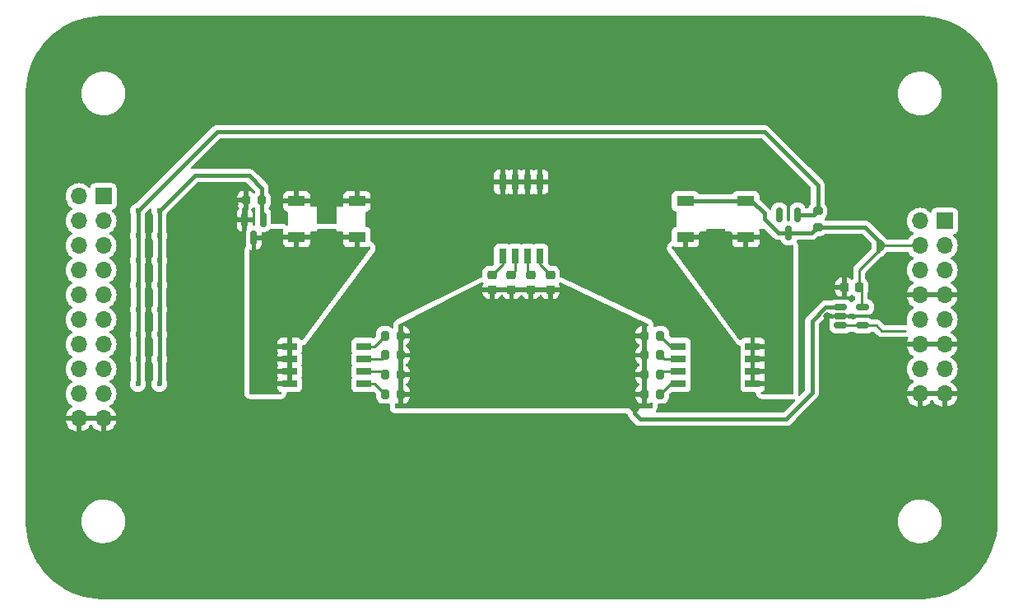
<source format=gbr>
%TF.GenerationSoftware,KiCad,Pcbnew,8.0.3*%
%TF.CreationDate,2025-07-14T16:25:52+02:00*%
%TF.ProjectId,Cmes,436d6573-2e6b-4696-9361-645f70636258,rev?*%
%TF.SameCoordinates,Original*%
%TF.FileFunction,Copper,L1,Top*%
%TF.FilePolarity,Positive*%
%FSLAX46Y46*%
G04 Gerber Fmt 4.6, Leading zero omitted, Abs format (unit mm)*
G04 Created by KiCad (PCBNEW 8.0.3) date 2025-07-14 16:25:52*
%MOMM*%
%LPD*%
G01*
G04 APERTURE LIST*
G04 Aperture macros list*
%AMRoundRect*
0 Rectangle with rounded corners*
0 $1 Rounding radius*
0 $2 $3 $4 $5 $6 $7 $8 $9 X,Y pos of 4 corners*
0 Add a 4 corners polygon primitive as box body*
4,1,4,$2,$3,$4,$5,$6,$7,$8,$9,$2,$3,0*
0 Add four circle primitives for the rounded corners*
1,1,$1+$1,$2,$3*
1,1,$1+$1,$4,$5*
1,1,$1+$1,$6,$7*
1,1,$1+$1,$8,$9*
0 Add four rect primitives between the rounded corners*
20,1,$1+$1,$2,$3,$4,$5,0*
20,1,$1+$1,$4,$5,$6,$7,0*
20,1,$1+$1,$6,$7,$8,$9,0*
20,1,$1+$1,$8,$9,$2,$3,0*%
G04 Aperture macros list end*
%TA.AperFunction,SMDPad,CuDef*%
%ADD10R,1.800000X1.100000*%
%TD*%
%TA.AperFunction,SMDPad,CuDef*%
%ADD11RoundRect,0.200000X0.200000X0.275000X-0.200000X0.275000X-0.200000X-0.275000X0.200000X-0.275000X0*%
%TD*%
%TA.AperFunction,SMDPad,CuDef*%
%ADD12RoundRect,0.150000X-0.512500X-0.150000X0.512500X-0.150000X0.512500X0.150000X-0.512500X0.150000X0*%
%TD*%
%TA.AperFunction,SMDPad,CuDef*%
%ADD13RoundRect,0.225000X0.250000X-0.225000X0.250000X0.225000X-0.250000X0.225000X-0.250000X-0.225000X0*%
%TD*%
%TA.AperFunction,SMDPad,CuDef*%
%ADD14R,1.500000X0.760000*%
%TD*%
%TA.AperFunction,SMDPad,CuDef*%
%ADD15RoundRect,0.225000X0.225000X0.250000X-0.225000X0.250000X-0.225000X-0.250000X0.225000X-0.250000X0*%
%TD*%
%TA.AperFunction,SMDPad,CuDef*%
%ADD16RoundRect,0.200000X0.275000X-0.200000X0.275000X0.200000X-0.275000X0.200000X-0.275000X-0.200000X0*%
%TD*%
%TA.AperFunction,SMDPad,CuDef*%
%ADD17R,0.760000X1.500000*%
%TD*%
%TA.AperFunction,SMDPad,CuDef*%
%ADD18RoundRect,0.150000X-0.150000X0.587500X-0.150000X-0.587500X0.150000X-0.587500X0.150000X0.587500X0*%
%TD*%
%TA.AperFunction,ComponentPad*%
%ADD19R,1.700000X1.700000*%
%TD*%
%TA.AperFunction,ComponentPad*%
%ADD20O,1.700000X1.700000*%
%TD*%
%TA.AperFunction,ViaPad*%
%ADD21C,0.800000*%
%TD*%
%TA.AperFunction,ViaPad*%
%ADD22C,0.600000*%
%TD*%
%TA.AperFunction,Conductor*%
%ADD23C,0.381000*%
%TD*%
%TA.AperFunction,Conductor*%
%ADD24C,0.250000*%
%TD*%
G04 APERTURE END LIST*
D10*
%TO.P,SW4,1,1*%
%TO.N,Net-(Q1-D)*%
X108100000Y-78850000D03*
X101900000Y-78850000D03*
%TO.P,SW4,2,2*%
%TO.N,GND*%
X108100000Y-75150000D03*
X101900000Y-75150000D03*
%TD*%
D11*
%TO.P,R3,1*%
%TO.N,Net-(R3-Pad1)*%
X139325000Y-91000000D03*
%TO.P,R3,2*%
%TO.N,Net-(U1-+)*%
X137675000Y-91000000D03*
%TD*%
%TO.P,R4,1*%
%TO.N,Net-(R4-Pad1)*%
X139325000Y-93000000D03*
%TO.P,R4,2*%
%TO.N,Net-(U1-+)*%
X137675000Y-93000000D03*
%TD*%
D12*
%TO.P,U1,1,+*%
%TO.N,Net-(U1-+)*%
X157862500Y-86050000D03*
%TO.P,U1,2,V-*%
%TO.N,GND*%
X157862500Y-87000000D03*
%TO.P,U1,3,-*%
%TO.N,SpgOut*%
X157862500Y-87950000D03*
%TO.P,U1,4*%
X160137500Y-87950000D03*
%TO.P,U1,5,V+*%
%TO.N,+5V*%
X160137500Y-86050000D03*
%TD*%
D13*
%TO.P,C4,1*%
%TO.N,Net-(U1-+)*%
X122000000Y-84275000D03*
%TO.P,C4,2*%
%TO.N,Net-(C4-Pad2)*%
X122000000Y-82725000D03*
%TD*%
D11*
%TO.P,R7,1*%
%TO.N,Net-(U1-+)*%
X112650000Y-93000000D03*
%TO.P,R7,2*%
%TO.N,Net-(R7-Pad2)*%
X111000000Y-93000000D03*
%TD*%
D13*
%TO.P,C3,1*%
%TO.N,Net-(U1-+)*%
X124000000Y-84275000D03*
%TO.P,C3,2*%
%TO.N,Net-(C3-Pad2)*%
X124000000Y-82725000D03*
%TD*%
D14*
%TO.P,SW3,1*%
%TO.N,Net-(Q1-D)*%
X101190000Y-90090000D03*
%TO.P,SW3,2*%
X101190000Y-91360000D03*
%TO.P,SW3,3*%
X101190000Y-92630000D03*
%TO.P,SW3,4*%
X101190000Y-93910000D03*
%TO.P,SW3,5*%
%TO.N,Net-(R8-Pad2)*%
X108810000Y-93910000D03*
%TO.P,SW3,6*%
%TO.N,Net-(R7-Pad2)*%
X108810000Y-92630000D03*
%TO.P,SW3,7*%
%TO.N,Net-(R6-Pad2)*%
X108810000Y-91360000D03*
%TO.P,SW3,8*%
%TO.N,Net-(R2-Pad2)*%
X108810000Y-90090000D03*
%TD*%
D15*
%TO.P,C5,1*%
%TO.N,+5V*%
X159775000Y-84000000D03*
%TO.P,C5,2*%
%TO.N,GND*%
X158225000Y-84000000D03*
%TD*%
D16*
%TO.P,R9,1*%
%TO.N,+5V*%
X155500000Y-77825000D03*
%TO.P,R9,2*%
%TO.N,Charge*%
X155500000Y-76175000D03*
%TD*%
D13*
%TO.P,C1,1*%
%TO.N,Net-(U1-+)*%
X128000000Y-84275000D03*
%TO.P,C1,2*%
%TO.N,Net-(C1-Pad2)*%
X128000000Y-82725000D03*
%TD*%
D11*
%TO.P,R10,1*%
%TO.N,discharge*%
X98325000Y-75062500D03*
%TO.P,R10,2*%
%TO.N,GND*%
X96675000Y-75062500D03*
%TD*%
%TO.P,R2,1*%
%TO.N,Net-(U1-+)*%
X112650000Y-89000000D03*
%TO.P,R2,2*%
%TO.N,Net-(R2-Pad2)*%
X111000000Y-89000000D03*
%TD*%
%TO.P,R5,1*%
%TO.N,Net-(R5-Pad1)*%
X139325000Y-95000000D03*
%TO.P,R5,2*%
%TO.N,Net-(U1-+)*%
X137675000Y-95000000D03*
%TD*%
D17*
%TO.P,SW1,1*%
%TO.N,GND*%
X126910000Y-73190000D03*
%TO.P,SW1,2*%
X125640000Y-73190000D03*
%TO.P,SW1,3*%
X124370000Y-73190000D03*
%TO.P,SW1,4*%
X123090000Y-73190000D03*
%TO.P,SW1,5*%
%TO.N,Net-(C4-Pad2)*%
X123090000Y-80810000D03*
%TO.P,SW1,6*%
%TO.N,Net-(C3-Pad2)*%
X124370000Y-80810000D03*
%TO.P,SW1,7*%
%TO.N,Net-(C2-Pad2)*%
X125640000Y-80810000D03*
%TO.P,SW1,8*%
%TO.N,Net-(C1-Pad2)*%
X126910000Y-80810000D03*
%TD*%
D11*
%TO.P,R1,1*%
%TO.N,Net-(R1-Pad1)*%
X139325000Y-89000000D03*
%TO.P,R1,2*%
%TO.N,Net-(U1-+)*%
X137675000Y-89000000D03*
%TD*%
D14*
%TO.P,SW2,1*%
%TO.N,Net-(Q2-S)*%
X148810000Y-93910000D03*
%TO.P,SW2,2*%
X148810000Y-92640000D03*
%TO.P,SW2,3*%
X148810000Y-91370000D03*
%TO.P,SW2,4*%
X148810000Y-90090000D03*
%TO.P,SW2,5*%
%TO.N,Net-(R1-Pad1)*%
X141190000Y-90090000D03*
%TO.P,SW2,6*%
%TO.N,Net-(R3-Pad1)*%
X141190000Y-91370000D03*
%TO.P,SW2,7*%
%TO.N,Net-(R4-Pad1)*%
X141190000Y-92640000D03*
%TO.P,SW2,8*%
%TO.N,Net-(R5-Pad1)*%
X141190000Y-93910000D03*
%TD*%
D10*
%TO.P,SW5,1,1*%
%TO.N,+5V*%
X141900000Y-75150000D03*
X148100000Y-75150000D03*
%TO.P,SW5,2,2*%
%TO.N,Net-(Q2-S)*%
X141900000Y-78850000D03*
X148100000Y-78850000D03*
%TD*%
D18*
%TO.P,Q2,1,G*%
%TO.N,Charge*%
X153450000Y-76562500D03*
%TO.P,Q2,2,S*%
%TO.N,Net-(Q2-S)*%
X151550000Y-76562500D03*
%TO.P,Q2,3,D*%
%TO.N,+5V*%
X152500000Y-78437500D03*
%TD*%
D11*
%TO.P,R8,1*%
%TO.N,Net-(U1-+)*%
X112650000Y-95000000D03*
%TO.P,R8,2*%
%TO.N,Net-(R8-Pad2)*%
X111000000Y-95000000D03*
%TD*%
D18*
%TO.P,Q1,1,G*%
%TO.N,discharge*%
X98450000Y-77062500D03*
%TO.P,Q1,2,S*%
%TO.N,GND*%
X96550000Y-77062500D03*
%TO.P,Q1,3,D*%
%TO.N,Net-(Q1-D)*%
X97500000Y-78937500D03*
%TD*%
D11*
%TO.P,R6,1*%
%TO.N,Net-(U1-+)*%
X112650000Y-91000000D03*
%TO.P,R6,2*%
%TO.N,Net-(R6-Pad2)*%
X111000000Y-91000000D03*
%TD*%
D13*
%TO.P,C2,1*%
%TO.N,Net-(U1-+)*%
X126000000Y-84275000D03*
%TO.P,C2,2*%
%TO.N,Net-(C2-Pad2)*%
X126000000Y-82725000D03*
%TD*%
D19*
%TO.P,J1,1,Pin_1*%
%TO.N,unconnected-(J1-Pin_1-Pad1)*%
X82014400Y-74650600D03*
D20*
%TO.P,J1,2,Pin_2*%
%TO.N,unconnected-(J1-Pin_2-Pad2)*%
X79474400Y-74650600D03*
%TO.P,J1,3,Pin_3*%
%TO.N,unconnected-(J1-Pin_3-Pad3)*%
X82014400Y-77190600D03*
%TO.P,J1,4,Pin_4*%
%TO.N,DIO0*%
X79474400Y-77190600D03*
%TO.P,J1,5,Pin_5*%
%TO.N,unconnected-(J1-Pin_5-Pad5)*%
X82014400Y-79730600D03*
%TO.P,J1,6,Pin_6*%
%TO.N,DIO1*%
X79474400Y-79730600D03*
%TO.P,J1,7,Pin_7*%
%TO.N,unconnected-(J1-Pin_7-Pad7)*%
X82014400Y-82270600D03*
%TO.P,J1,8,Pin_8*%
%TO.N,DIO2*%
X79474400Y-82270600D03*
%TO.P,J1,9,Pin_9*%
%TO.N,unconnected-(J1-Pin_9-Pad9)*%
X82014400Y-84810600D03*
%TO.P,J1,10,Pin_10*%
%TO.N,DIO3*%
X79474400Y-84810600D03*
%TO.P,J1,11,Pin_11*%
%TO.N,unconnected-(J1-Pin_11-Pad11)*%
X82014400Y-87350600D03*
%TO.P,J1,12,Pin_12*%
%TO.N,DIO4*%
X79474400Y-87350600D03*
%TO.P,J1,13,Pin_13*%
%TO.N,unconnected-(J1-Pin_13-Pad13)*%
X82014400Y-89890600D03*
%TO.P,J1,14,Pin_14*%
%TO.N,DIO5*%
X79474400Y-89890600D03*
%TO.P,J1,15,Pin_15*%
%TO.N,unconnected-(J1-Pin_15-Pad15)*%
X82014400Y-92430600D03*
%TO.P,J1,16,Pin_16*%
%TO.N,DIO6*%
X79474400Y-92430600D03*
%TO.P,J1,17,Pin_17*%
%TO.N,unconnected-(J1-Pin_17-Pad17)*%
X82014400Y-94970600D03*
%TO.P,J1,18,Pin_18*%
%TO.N,DIO7*%
X79474400Y-94970600D03*
%TO.P,J1,19,Pin_19*%
%TO.N,GND*%
X82014400Y-97510600D03*
%TO.P,J1,20,Pin_20*%
X79474400Y-97510600D03*
%TD*%
D19*
%TO.P,J2,1,Pin_1*%
%TO.N,unconnected-(J2-Pin_1-Pad1)*%
X168554400Y-77190600D03*
D20*
%TO.P,J2,2,Pin_2*%
%TO.N,unconnected-(J2-Pin_2-Pad2)*%
X166014400Y-77190600D03*
%TO.P,J2,3,Pin_3*%
%TO.N,+5V*%
X168554400Y-79730600D03*
%TO.P,J2,4,Pin_4*%
X166014400Y-79730600D03*
%TO.P,J2,5,Pin_5*%
%TO.N,unconnected-(J2-Pin_5-Pad5)*%
X168554400Y-82270600D03*
%TO.P,J2,6,Pin_6*%
%TO.N,unconnected-(J2-Pin_6-Pad6)*%
X166014400Y-82270600D03*
%TO.P,J2,7,Pin_7*%
%TO.N,GND*%
X168554400Y-84810600D03*
%TO.P,J2,8,Pin_8*%
X166014400Y-84810600D03*
%TO.P,J2,9,Pin_9*%
%TO.N,AI0+*%
X168554400Y-87350600D03*
%TO.P,J2,10,Pin_10*%
%TO.N,AI0-*%
X166014400Y-87350600D03*
%TO.P,J2,11,Pin_11*%
%TO.N,GND*%
X168554400Y-89890600D03*
%TO.P,J2,12,Pin_12*%
X166014400Y-89890600D03*
%TO.P,J2,13,Pin_13*%
%TO.N,unconnected-(J2-Pin_13-Pad13)*%
X168554400Y-92430600D03*
%TO.P,J2,14,Pin_14*%
%TO.N,unconnected-(J2-Pin_14-Pad14)*%
X166014400Y-92430600D03*
%TO.P,J2,15,Pin_15*%
%TO.N,GND*%
X168554400Y-94970600D03*
%TO.P,J2,16,Pin_16*%
X166014400Y-94970600D03*
%TD*%
D21*
%TO.N,GND*%
X156500000Y-87000000D03*
X95500000Y-77000000D03*
X125640000Y-71500000D03*
X124370000Y-71500000D03*
D22*
X156845000Y-83997800D03*
D21*
X123090000Y-71500000D03*
X95500000Y-75500000D03*
X126910000Y-71500000D03*
D22*
%TO.N,discharge*%
X87782400Y-78714600D03*
X87782400Y-83794600D03*
X87782400Y-76149200D03*
X87782400Y-91414600D03*
X87782400Y-81254600D03*
X87782400Y-86309200D03*
X87782400Y-88874600D03*
X87782400Y-93954600D03*
%TO.N,Charge*%
X85572600Y-78714600D03*
X85572600Y-83794600D03*
X85572600Y-81254600D03*
X85572600Y-93954600D03*
X85572600Y-86309200D03*
X85572600Y-88874600D03*
X85572600Y-91414600D03*
X85572600Y-76149200D03*
%TD*%
D23*
%TO.N,+5V*%
X141900000Y-75150000D02*
X148100000Y-75150000D01*
X148719408Y-75150000D02*
X150000000Y-76430592D01*
D24*
X160000000Y-84225000D02*
X159775000Y-84000000D01*
D23*
X161519400Y-78980600D02*
X162019400Y-79480600D01*
D24*
X159775000Y-84000000D02*
X159775000Y-82225000D01*
D23*
X162019400Y-79980600D02*
X162000000Y-80000000D01*
X162019400Y-79480600D02*
X162019400Y-79980600D01*
X160363800Y-77825000D02*
X161519400Y-78980600D01*
X161750000Y-79211200D02*
X161750000Y-80250000D01*
D24*
X162000000Y-80000000D02*
X162269400Y-79730600D01*
D23*
X152500000Y-78437500D02*
X154887500Y-78437500D01*
X151437500Y-78437500D02*
X152500000Y-78437500D01*
X162019400Y-79480600D02*
X162269400Y-79730600D01*
X161519400Y-78980600D02*
X161750000Y-79211200D01*
D24*
X161750000Y-80250000D02*
X162000000Y-80000000D01*
X159775000Y-82225000D02*
X161750000Y-80250000D01*
X160137500Y-86050000D02*
X160000000Y-85912500D01*
X163000000Y-79730600D02*
X166014400Y-79730600D01*
D23*
X155500000Y-77825000D02*
X160363800Y-77825000D01*
D24*
X162269400Y-79730600D02*
X163000000Y-79730600D01*
D23*
X154887500Y-78437500D02*
X155500000Y-77825000D01*
X150000000Y-77000000D02*
X151437500Y-78437500D01*
D24*
X160000000Y-85912500D02*
X160000000Y-84225000D01*
D23*
X150000000Y-76430592D02*
X150000000Y-77000000D01*
X148100000Y-75150000D02*
X148719408Y-75150000D01*
D24*
%TO.N,Net-(C1-Pad2)*%
X126910000Y-81635000D02*
X128000000Y-82725000D01*
X126910000Y-80810000D02*
X126910000Y-81635000D01*
%TO.N,Net-(C2-Pad2)*%
X125640000Y-80810000D02*
X125640000Y-82365000D01*
X125640000Y-82365000D02*
X126000000Y-82725000D01*
%TO.N,Net-(C3-Pad2)*%
X124370000Y-82355000D02*
X124000000Y-82725000D01*
X124370000Y-80810000D02*
X124370000Y-82355000D01*
%TO.N,Net-(C4-Pad2)*%
X123090000Y-81635000D02*
X122000000Y-82725000D01*
X123090000Y-80810000D02*
X123090000Y-81635000D01*
D23*
%TO.N,GND*%
X126910000Y-71500000D02*
X126910000Y-73190000D01*
D24*
X96675000Y-76937500D02*
X96550000Y-77062500D01*
X96675000Y-75062500D02*
X96675000Y-76937500D01*
D23*
X125640000Y-71500000D02*
X125640000Y-73190000D01*
D24*
X96550000Y-75187500D02*
X96675000Y-75062500D01*
X95562500Y-77062500D02*
X95500000Y-77000000D01*
D23*
X123090000Y-71500000D02*
X123090000Y-73190000D01*
X124370000Y-71500000D02*
X124370000Y-73190000D01*
D24*
X96487500Y-77000000D02*
X96550000Y-77062500D01*
X157862500Y-87000000D02*
X156500000Y-87000000D01*
%TO.N,Net-(R1-Pad1)*%
X140415000Y-90090000D02*
X139325000Y-89000000D01*
X141190000Y-90090000D02*
X140415000Y-90090000D01*
%TO.N,Net-(R2-Pad2)*%
X108810000Y-90090000D02*
X109910000Y-90090000D01*
X109910000Y-90090000D02*
X111000000Y-89000000D01*
%TO.N,Net-(R3-Pad1)*%
X141190000Y-91370000D02*
X139695000Y-91370000D01*
X139695000Y-91370000D02*
X139325000Y-91000000D01*
%TO.N,Net-(R4-Pad1)*%
X139685000Y-92640000D02*
X139325000Y-93000000D01*
X141190000Y-92640000D02*
X139685000Y-92640000D01*
%TO.N,Net-(R5-Pad1)*%
X140415000Y-93910000D02*
X139325000Y-95000000D01*
X141190000Y-93910000D02*
X140415000Y-93910000D01*
%TO.N,Net-(R6-Pad2)*%
X110640000Y-91360000D02*
X111000000Y-91000000D01*
X108810000Y-91360000D02*
X110640000Y-91360000D01*
%TO.N,Net-(R7-Pad2)*%
X110630000Y-92630000D02*
X111000000Y-93000000D01*
X108810000Y-92630000D02*
X110630000Y-92630000D01*
%TO.N,Net-(R8-Pad2)*%
X108810000Y-93910000D02*
X109910000Y-93910000D01*
X109910000Y-93910000D02*
X111000000Y-95000000D01*
D23*
%TO.N,discharge*%
X98325000Y-73825000D02*
X97000000Y-72500000D01*
X98325000Y-75062500D02*
X98325000Y-73825000D01*
X87782400Y-76149200D02*
X87782400Y-93954600D01*
X91431600Y-72500000D02*
X92000000Y-72500000D01*
X97000000Y-72500000D02*
X92000000Y-72500000D01*
X87782400Y-76149200D02*
X91431600Y-72500000D01*
X98325000Y-76937500D02*
X98450000Y-77062500D01*
X98325000Y-75062500D02*
X98325000Y-76937500D01*
X98437500Y-75062500D02*
X98500000Y-75000000D01*
D24*
%TO.N,Net-(Q1-D)*%
X101190000Y-93910000D02*
X101190000Y-90090000D01*
X97500000Y-78937500D02*
X108012500Y-78937500D01*
X108012500Y-78937500D02*
X108100000Y-78850000D01*
D23*
%TO.N,Charge*%
X85572600Y-76149200D02*
X85572600Y-93954600D01*
X155112500Y-76562500D02*
X155500000Y-76175000D01*
X150000000Y-68000000D02*
X93721800Y-68000000D01*
X155500000Y-73500000D02*
X150000000Y-68000000D01*
X93721800Y-68000000D02*
X85572600Y-76149200D01*
X155500000Y-76175000D02*
X155500000Y-73500000D01*
X153450000Y-76562500D02*
X155112500Y-76562500D01*
%TO.N,Net-(U1-+)*%
X136652000Y-96697800D02*
X136245600Y-96291400D01*
X138963400Y-97586800D02*
X137236200Y-97586800D01*
X157862500Y-86050000D02*
X156332064Y-86050000D01*
X152831800Y-96977200D02*
X152222200Y-97586800D01*
X154914600Y-87680800D02*
X154914600Y-94894400D01*
X156332064Y-86050000D02*
X154914600Y-87467464D01*
X136652000Y-96494600D02*
X136652000Y-96062800D01*
X137109200Y-96240600D02*
X137109200Y-96189800D01*
X136652000Y-97002600D02*
X136652000Y-96697800D01*
X154914600Y-87467464D02*
X154914600Y-87680800D01*
X154914600Y-94894400D02*
X152831800Y-96977200D01*
X136652000Y-96697800D02*
X137109200Y-96240600D01*
X137236200Y-97586800D02*
X136652000Y-97002600D01*
X152222200Y-97586800D02*
X138963400Y-97586800D01*
D24*
%TO.N,SpgOut*%
X160137500Y-87950000D02*
X161550000Y-87950000D01*
X162100000Y-88500000D02*
X164500000Y-88500000D01*
X161550000Y-87950000D02*
X162100000Y-88500000D01*
X157862500Y-87950000D02*
X160137500Y-87950000D01*
%TD*%
%TA.AperFunction,Conductor*%
%TO.N,Net-(Q2-S)*%
G36*
X145943039Y-78019685D02*
G01*
X145988794Y-78072489D01*
X146000000Y-78124000D01*
X146000000Y-78300000D01*
X146576000Y-78300000D01*
X146643039Y-78319685D01*
X146688794Y-78372489D01*
X146700000Y-78424000D01*
X146700000Y-78600000D01*
X149500000Y-78600000D01*
X149500000Y-78252172D01*
X149499999Y-78252155D01*
X149493598Y-78192627D01*
X149493597Y-78192623D01*
X149484165Y-78167334D01*
X149479181Y-78097642D01*
X149512665Y-78036319D01*
X149573989Y-78002834D01*
X149600347Y-78000000D01*
X149971416Y-78000000D01*
X150038455Y-78019685D01*
X150059097Y-78036319D01*
X150997007Y-78974230D01*
X150997014Y-78974236D01*
X151110187Y-79049855D01*
X151110190Y-79049857D01*
X151231247Y-79100000D01*
X151235943Y-79101945D01*
X151235947Y-79101945D01*
X151235948Y-79101946D01*
X151369439Y-79128500D01*
X151369442Y-79128500D01*
X151369443Y-79128500D01*
X151505557Y-79128500D01*
X151609571Y-79128500D01*
X151676610Y-79148185D01*
X151722365Y-79200989D01*
X151728647Y-79217905D01*
X151748254Y-79285393D01*
X151748255Y-79285396D01*
X151831917Y-79426862D01*
X151831923Y-79426870D01*
X151948129Y-79543076D01*
X151948133Y-79543079D01*
X151948135Y-79543081D01*
X152089602Y-79626744D01*
X152131224Y-79638836D01*
X152247426Y-79672597D01*
X152247429Y-79672597D01*
X152247431Y-79672598D01*
X152284306Y-79675500D01*
X152284314Y-79675500D01*
X152715686Y-79675500D01*
X152715694Y-79675500D01*
X152752569Y-79672598D01*
X152752571Y-79672597D01*
X152752573Y-79672597D01*
X152841405Y-79646789D01*
X152911274Y-79646988D01*
X152969944Y-79684930D01*
X152998788Y-79748568D01*
X153000000Y-79765865D01*
X153000000Y-94876000D01*
X152980315Y-94943039D01*
X152927511Y-94988794D01*
X152876000Y-95000000D01*
X149774467Y-95000000D01*
X149707428Y-94980315D01*
X149661673Y-94927511D01*
X149651729Y-94858353D01*
X149680754Y-94794797D01*
X149731134Y-94759818D01*
X149802086Y-94733354D01*
X149802093Y-94733350D01*
X149917187Y-94647190D01*
X149917190Y-94647187D01*
X150003350Y-94532093D01*
X150003354Y-94532086D01*
X150053596Y-94397379D01*
X150053598Y-94397372D01*
X150059999Y-94337844D01*
X150060000Y-94337827D01*
X150060000Y-94160000D01*
X148684000Y-94160000D01*
X148616961Y-94140315D01*
X148571206Y-94087511D01*
X148560000Y-94036000D01*
X148560000Y-93660000D01*
X149060000Y-93660000D01*
X150060000Y-93660000D01*
X150060000Y-93482172D01*
X150059999Y-93482155D01*
X150053598Y-93422627D01*
X150053597Y-93422623D01*
X150014699Y-93318334D01*
X150009715Y-93248643D01*
X150014699Y-93231666D01*
X150053597Y-93127376D01*
X150053598Y-93127372D01*
X150059999Y-93067844D01*
X150060000Y-93067827D01*
X150060000Y-92890000D01*
X149060000Y-92890000D01*
X149060000Y-93660000D01*
X148560000Y-93660000D01*
X148560000Y-92390000D01*
X149060000Y-92390000D01*
X150060000Y-92390000D01*
X150060000Y-92212172D01*
X150059999Y-92212155D01*
X150053598Y-92152627D01*
X150053597Y-92152623D01*
X150014699Y-92048334D01*
X150009715Y-91978643D01*
X150014699Y-91961666D01*
X150053597Y-91857376D01*
X150053598Y-91857372D01*
X150059999Y-91797844D01*
X150060000Y-91797827D01*
X150060000Y-91620000D01*
X149060000Y-91620000D01*
X149060000Y-92390000D01*
X148560000Y-92390000D01*
X148560000Y-91120000D01*
X149060000Y-91120000D01*
X150060000Y-91120000D01*
X150060000Y-90942172D01*
X150059999Y-90942155D01*
X150053598Y-90882627D01*
X150053597Y-90882623D01*
X150012834Y-90773334D01*
X150007850Y-90703643D01*
X150012834Y-90686666D01*
X150053597Y-90577376D01*
X150053598Y-90577372D01*
X150059999Y-90517844D01*
X150060000Y-90517827D01*
X150060000Y-90340000D01*
X149060000Y-90340000D01*
X149060000Y-91120000D01*
X148560000Y-91120000D01*
X148560000Y-89840000D01*
X149060000Y-89840000D01*
X150060000Y-89840000D01*
X150060000Y-89662172D01*
X150059999Y-89662155D01*
X150053598Y-89602627D01*
X150053596Y-89602620D01*
X150003354Y-89467913D01*
X150003350Y-89467906D01*
X149917190Y-89352812D01*
X149917187Y-89352809D01*
X149802093Y-89266649D01*
X149802086Y-89266645D01*
X149667379Y-89216403D01*
X149667372Y-89216401D01*
X149607844Y-89210000D01*
X149060000Y-89210000D01*
X149060000Y-89840000D01*
X148560000Y-89840000D01*
X148560000Y-89210000D01*
X148012155Y-89210000D01*
X147952627Y-89216401D01*
X147952620Y-89216403D01*
X147817913Y-89266645D01*
X147817906Y-89266649D01*
X147702812Y-89352809D01*
X147646000Y-89428700D01*
X147590066Y-89470570D01*
X147520374Y-89475554D01*
X147459052Y-89442068D01*
X147446907Y-89427945D01*
X140524173Y-80032806D01*
X140500253Y-79967158D01*
X140500000Y-79959249D01*
X140500000Y-79898002D01*
X140519685Y-79830963D01*
X140572489Y-79785208D01*
X140641647Y-79775264D01*
X140698312Y-79798736D01*
X140757910Y-79843352D01*
X140757913Y-79843354D01*
X140892620Y-79893596D01*
X140892627Y-79893598D01*
X140952155Y-79899999D01*
X140952172Y-79900000D01*
X141650000Y-79900000D01*
X142150000Y-79900000D01*
X142847828Y-79900000D01*
X142847844Y-79899999D01*
X142907372Y-79893598D01*
X142907379Y-79893596D01*
X143042086Y-79843354D01*
X143042093Y-79843350D01*
X143157187Y-79757190D01*
X143157190Y-79757187D01*
X143243350Y-79642093D01*
X143243354Y-79642086D01*
X143293596Y-79507379D01*
X143293598Y-79507372D01*
X143299999Y-79447844D01*
X146700000Y-79447844D01*
X146706401Y-79507372D01*
X146706403Y-79507379D01*
X146756645Y-79642086D01*
X146756649Y-79642093D01*
X146842809Y-79757187D01*
X146842812Y-79757190D01*
X146957906Y-79843350D01*
X146957913Y-79843354D01*
X147092620Y-79893596D01*
X147092627Y-79893598D01*
X147152155Y-79899999D01*
X147152172Y-79900000D01*
X147850000Y-79900000D01*
X148350000Y-79900000D01*
X149047828Y-79900000D01*
X149047844Y-79899999D01*
X149107372Y-79893598D01*
X149107379Y-79893596D01*
X149242086Y-79843354D01*
X149242093Y-79843350D01*
X149357187Y-79757190D01*
X149357190Y-79757187D01*
X149443350Y-79642093D01*
X149443354Y-79642086D01*
X149493596Y-79507379D01*
X149493598Y-79507372D01*
X149499999Y-79447844D01*
X149500000Y-79447827D01*
X149500000Y-79100000D01*
X148350000Y-79100000D01*
X148350000Y-79900000D01*
X147850000Y-79900000D01*
X147850000Y-79100000D01*
X146700000Y-79100000D01*
X146700000Y-79447844D01*
X143299999Y-79447844D01*
X143300000Y-79447827D01*
X143300000Y-79100000D01*
X142150000Y-79100000D01*
X142150000Y-79900000D01*
X141650000Y-79900000D01*
X141650000Y-78724000D01*
X141669685Y-78656961D01*
X141722489Y-78611206D01*
X141774000Y-78600000D01*
X143300000Y-78600000D01*
X143300000Y-78424000D01*
X143319685Y-78356961D01*
X143372489Y-78311206D01*
X143424000Y-78300000D01*
X144000000Y-78300000D01*
X144000000Y-78124000D01*
X144019685Y-78056961D01*
X144072489Y-78011206D01*
X144124000Y-78000000D01*
X145876000Y-78000000D01*
X145943039Y-78019685D01*
G37*
%TD.AperFunction*%
%TD*%
%TA.AperFunction,Conductor*%
%TO.N,Net-(Q1-D)*%
G36*
X100466692Y-78019685D02*
G01*
X100512447Y-78072489D01*
X100522391Y-78141647D01*
X100515835Y-78167334D01*
X100506402Y-78192623D01*
X100506401Y-78192627D01*
X100500000Y-78252155D01*
X100500000Y-78600000D01*
X103300000Y-78600000D01*
X103300000Y-78424000D01*
X103319685Y-78356961D01*
X103372489Y-78311206D01*
X103424000Y-78300000D01*
X104000000Y-78300000D01*
X104000000Y-78124000D01*
X104019685Y-78056961D01*
X104072489Y-78011206D01*
X104124000Y-78000000D01*
X105876000Y-78000000D01*
X105943039Y-78019685D01*
X105988794Y-78072489D01*
X106000000Y-78124000D01*
X106000000Y-78300000D01*
X106576000Y-78300000D01*
X106643039Y-78319685D01*
X106688794Y-78372489D01*
X106700000Y-78424000D01*
X106700000Y-78600000D01*
X108226000Y-78600000D01*
X108293039Y-78619685D01*
X108338794Y-78672489D01*
X108350000Y-78724000D01*
X108350000Y-79900000D01*
X109047828Y-79900000D01*
X109047844Y-79899999D01*
X109107372Y-79893598D01*
X109107379Y-79893596D01*
X109242086Y-79843354D01*
X109242089Y-79843352D01*
X109301688Y-79798736D01*
X109367152Y-79774318D01*
X109435425Y-79789169D01*
X109484831Y-79838573D01*
X109500000Y-79898002D01*
X109500000Y-79959249D01*
X109480315Y-80026288D01*
X109475827Y-80032806D01*
X102553092Y-89427945D01*
X102497477Y-89470238D01*
X102427825Y-89475750D01*
X102366250Y-89442731D01*
X102353998Y-89428699D01*
X102297186Y-89352809D01*
X102182093Y-89266649D01*
X102182086Y-89266645D01*
X102047379Y-89216403D01*
X102047372Y-89216401D01*
X101987844Y-89210000D01*
X101440000Y-89210000D01*
X101440000Y-94036000D01*
X101420315Y-94103039D01*
X101367511Y-94148794D01*
X101316000Y-94160000D01*
X99940000Y-94160000D01*
X99940000Y-94337844D01*
X99946401Y-94397372D01*
X99946403Y-94397379D01*
X99996645Y-94532086D01*
X99996649Y-94532093D01*
X100082809Y-94647187D01*
X100082812Y-94647190D01*
X100197906Y-94733350D01*
X100197913Y-94733354D01*
X100268866Y-94759818D01*
X100324800Y-94801689D01*
X100349217Y-94867154D01*
X100334365Y-94935426D01*
X100284960Y-94984832D01*
X100225533Y-95000000D01*
X97124000Y-95000000D01*
X97056961Y-94980315D01*
X97011206Y-94927511D01*
X97000000Y-94876000D01*
X97000000Y-93057844D01*
X99940000Y-93057844D01*
X99946401Y-93117372D01*
X99946403Y-93117382D01*
X99987164Y-93226668D01*
X99992148Y-93296359D01*
X99987164Y-93313332D01*
X99946403Y-93422617D01*
X99946401Y-93422627D01*
X99940000Y-93482155D01*
X99940000Y-93660000D01*
X100940000Y-93660000D01*
X100940000Y-92880000D01*
X99940000Y-92880000D01*
X99940000Y-93057844D01*
X97000000Y-93057844D01*
X97000000Y-91787844D01*
X99940000Y-91787844D01*
X99946401Y-91847372D01*
X99946403Y-91847382D01*
X99985299Y-91951668D01*
X99990283Y-92021359D01*
X99985299Y-92038332D01*
X99946403Y-92142617D01*
X99946401Y-92142627D01*
X99940000Y-92202155D01*
X99940000Y-92380000D01*
X100940000Y-92380000D01*
X100940000Y-91610000D01*
X99940000Y-91610000D01*
X99940000Y-91787844D01*
X97000000Y-91787844D01*
X97000000Y-90517844D01*
X99940000Y-90517844D01*
X99946401Y-90577372D01*
X99946403Y-90577382D01*
X99985299Y-90681668D01*
X99990283Y-90751359D01*
X99985299Y-90768332D01*
X99946403Y-90872617D01*
X99946401Y-90872627D01*
X99940000Y-90932155D01*
X99940000Y-91110000D01*
X100940000Y-91110000D01*
X100940000Y-90340000D01*
X99940000Y-90340000D01*
X99940000Y-90517844D01*
X97000000Y-90517844D01*
X97000000Y-89662155D01*
X99940000Y-89662155D01*
X99940000Y-89840000D01*
X100940000Y-89840000D01*
X100940000Y-89210000D01*
X100392155Y-89210000D01*
X100332627Y-89216401D01*
X100332620Y-89216403D01*
X100197913Y-89266645D01*
X100197906Y-89266649D01*
X100082812Y-89352809D01*
X100082809Y-89352812D01*
X99996649Y-89467906D01*
X99996645Y-89467913D01*
X99946403Y-89602620D01*
X99946401Y-89602627D01*
X99940000Y-89662155D01*
X97000000Y-89662155D01*
X97000000Y-80265344D01*
X97019685Y-80198305D01*
X97072489Y-80152550D01*
X97141647Y-80142606D01*
X97158595Y-80146268D01*
X97247505Y-80172099D01*
X97247511Y-80172100D01*
X97249998Y-80172295D01*
X97250000Y-80172295D01*
X97750000Y-80172295D01*
X97750001Y-80172295D01*
X97752486Y-80172100D01*
X97910198Y-80126281D01*
X98051552Y-80042685D01*
X98051561Y-80042678D01*
X98167678Y-79926561D01*
X98167685Y-79926552D01*
X98251282Y-79785196D01*
X98251283Y-79785193D01*
X98297099Y-79627495D01*
X98297100Y-79627489D01*
X98299999Y-79590649D01*
X98300000Y-79590634D01*
X98300000Y-79447844D01*
X100500000Y-79447844D01*
X100506401Y-79507372D01*
X100506403Y-79507379D01*
X100556645Y-79642086D01*
X100556649Y-79642093D01*
X100642809Y-79757187D01*
X100642812Y-79757190D01*
X100757906Y-79843350D01*
X100757913Y-79843354D01*
X100892620Y-79893596D01*
X100892627Y-79893598D01*
X100952155Y-79899999D01*
X100952172Y-79900000D01*
X101650000Y-79900000D01*
X102150000Y-79900000D01*
X102847828Y-79900000D01*
X102847844Y-79899999D01*
X102907372Y-79893598D01*
X102907379Y-79893596D01*
X103042086Y-79843354D01*
X103042093Y-79843350D01*
X103157187Y-79757190D01*
X103157190Y-79757187D01*
X103243350Y-79642093D01*
X103243354Y-79642086D01*
X103293596Y-79507379D01*
X103293598Y-79507372D01*
X103299999Y-79447844D01*
X106700000Y-79447844D01*
X106706401Y-79507372D01*
X106706403Y-79507379D01*
X106756645Y-79642086D01*
X106756649Y-79642093D01*
X106842809Y-79757187D01*
X106842812Y-79757190D01*
X106957906Y-79843350D01*
X106957913Y-79843354D01*
X107092620Y-79893596D01*
X107092627Y-79893598D01*
X107152155Y-79899999D01*
X107152172Y-79900000D01*
X107850000Y-79900000D01*
X107850000Y-79100000D01*
X106700000Y-79100000D01*
X106700000Y-79447844D01*
X103299999Y-79447844D01*
X103300000Y-79447827D01*
X103300000Y-79100000D01*
X102150000Y-79100000D01*
X102150000Y-79900000D01*
X101650000Y-79900000D01*
X101650000Y-79100000D01*
X100500000Y-79100000D01*
X100500000Y-79447844D01*
X98300000Y-79447844D01*
X98300000Y-79187500D01*
X97750000Y-79187500D01*
X97750000Y-80172295D01*
X97250000Y-80172295D01*
X97250000Y-78811500D01*
X97269685Y-78744461D01*
X97322489Y-78698706D01*
X97374000Y-78687500D01*
X98300000Y-78687500D01*
X98300000Y-78424500D01*
X98319685Y-78357461D01*
X98372489Y-78311706D01*
X98424000Y-78300500D01*
X98665686Y-78300500D01*
X98665694Y-78300500D01*
X98702569Y-78297598D01*
X98702571Y-78297597D01*
X98702573Y-78297597D01*
X98744191Y-78285505D01*
X98860398Y-78251744D01*
X99001865Y-78168081D01*
X99118081Y-78051865D01*
X99118083Y-78051860D01*
X99121079Y-78048000D01*
X99177722Y-78007093D01*
X99219059Y-78000000D01*
X100399653Y-78000000D01*
X100466692Y-78019685D01*
G37*
%TD.AperFunction*%
%TD*%
%TA.AperFunction,Conductor*%
%TO.N,Net-(U1-+)*%
G36*
X129043047Y-83520390D02*
G01*
X138069650Y-87796150D01*
X138121808Y-87842637D01*
X138140554Y-87909945D01*
X138119934Y-87976703D01*
X138066496Y-88021715D01*
X138005346Y-88031703D01*
X137931573Y-88025000D01*
X137925000Y-88025000D01*
X137925000Y-95974999D01*
X137931581Y-95974999D01*
X138002102Y-95968591D01*
X138002107Y-95968590D01*
X138164398Y-95918018D01*
X138311849Y-95828880D01*
X138379404Y-95811043D01*
X138445878Y-95832560D01*
X138490166Y-95886600D01*
X138500000Y-95934996D01*
X138500000Y-96376000D01*
X138480315Y-96443039D01*
X138427511Y-96488794D01*
X138376000Y-96500000D01*
X112124000Y-96500000D01*
X112056961Y-96480315D01*
X112011206Y-96427511D01*
X112000000Y-96376000D01*
X112000000Y-96036493D01*
X112019685Y-95969454D01*
X112072489Y-95923699D01*
X112141647Y-95913755D01*
X112160891Y-95918108D01*
X112322895Y-95968590D01*
X112393408Y-95974998D01*
X112393426Y-95974999D01*
X112900000Y-95974999D01*
X112906581Y-95974999D01*
X112977102Y-95968591D01*
X112977107Y-95968590D01*
X113139396Y-95918018D01*
X113284877Y-95830072D01*
X113405072Y-95709877D01*
X113493019Y-95564395D01*
X113543590Y-95402106D01*
X113549999Y-95331582D01*
X136775001Y-95331582D01*
X136781408Y-95402102D01*
X136781409Y-95402107D01*
X136831981Y-95564396D01*
X136919927Y-95709877D01*
X137040122Y-95830072D01*
X137185604Y-95918019D01*
X137185603Y-95918019D01*
X137347894Y-95968590D01*
X137347893Y-95968590D01*
X137418408Y-95974998D01*
X137418426Y-95974999D01*
X137424999Y-95974998D01*
X137425000Y-95974998D01*
X137425000Y-95250000D01*
X136775001Y-95250000D01*
X136775001Y-95331582D01*
X113549999Y-95331582D01*
X113550000Y-95331572D01*
X113550000Y-95250000D01*
X112900000Y-95250000D01*
X112900000Y-95974999D01*
X112393426Y-95974999D01*
X112399999Y-95974998D01*
X112400000Y-95974998D01*
X112400000Y-94750000D01*
X112900000Y-94750000D01*
X113549999Y-94750000D01*
X113549999Y-94668427D01*
X136775000Y-94668427D01*
X136775000Y-94750000D01*
X137425000Y-94750000D01*
X137425000Y-93250000D01*
X136775001Y-93250000D01*
X136775001Y-93331582D01*
X136781408Y-93402102D01*
X136781409Y-93402107D01*
X136831981Y-93564396D01*
X136919927Y-93709877D01*
X137040122Y-93830072D01*
X137145677Y-93893883D01*
X137192865Y-93945411D01*
X137204703Y-94014271D01*
X137177434Y-94078599D01*
X137145677Y-94106117D01*
X137040122Y-94169927D01*
X136919927Y-94290122D01*
X136831980Y-94435604D01*
X136781409Y-94597893D01*
X136775000Y-94668427D01*
X113549999Y-94668427D01*
X113549999Y-94668417D01*
X113543591Y-94597897D01*
X113543590Y-94597892D01*
X113493018Y-94435603D01*
X113405072Y-94290122D01*
X113284877Y-94169927D01*
X113179322Y-94106117D01*
X113132135Y-94054589D01*
X113120296Y-93985730D01*
X113147565Y-93921401D01*
X113179322Y-93893883D01*
X113284877Y-93830072D01*
X113405072Y-93709877D01*
X113493019Y-93564395D01*
X113543590Y-93402106D01*
X113550000Y-93331572D01*
X113550000Y-93250000D01*
X112900000Y-93250000D01*
X112900000Y-94750000D01*
X112400000Y-94750000D01*
X112400000Y-92750000D01*
X112900000Y-92750000D01*
X113549999Y-92750000D01*
X113549999Y-92668427D01*
X136775000Y-92668427D01*
X136775000Y-92750000D01*
X137425000Y-92750000D01*
X137425000Y-91250000D01*
X136775001Y-91250000D01*
X136775001Y-91331582D01*
X136781408Y-91402102D01*
X136781409Y-91402107D01*
X136831981Y-91564396D01*
X136919927Y-91709877D01*
X137040122Y-91830072D01*
X137145677Y-91893883D01*
X137192865Y-91945411D01*
X137204703Y-92014271D01*
X137177434Y-92078599D01*
X137145677Y-92106117D01*
X137040122Y-92169927D01*
X136919927Y-92290122D01*
X136831980Y-92435604D01*
X136781409Y-92597893D01*
X136775000Y-92668427D01*
X113549999Y-92668427D01*
X113549999Y-92668417D01*
X113543591Y-92597897D01*
X113543590Y-92597892D01*
X113493018Y-92435603D01*
X113405072Y-92290122D01*
X113284877Y-92169927D01*
X113179322Y-92106117D01*
X113132135Y-92054589D01*
X113120296Y-91985730D01*
X113147565Y-91921401D01*
X113179322Y-91893883D01*
X113284877Y-91830072D01*
X113405072Y-91709877D01*
X113493019Y-91564395D01*
X113543590Y-91402106D01*
X113550000Y-91331572D01*
X113550000Y-91250000D01*
X112900000Y-91250000D01*
X112900000Y-92750000D01*
X112400000Y-92750000D01*
X112400000Y-90750000D01*
X112900000Y-90750000D01*
X113549999Y-90750000D01*
X113549999Y-90668427D01*
X136775000Y-90668427D01*
X136775000Y-90750000D01*
X137425000Y-90750000D01*
X137425000Y-89250000D01*
X136775001Y-89250000D01*
X136775001Y-89331582D01*
X136781408Y-89402102D01*
X136781409Y-89402107D01*
X136831981Y-89564396D01*
X136919927Y-89709877D01*
X137040122Y-89830072D01*
X137145677Y-89893883D01*
X137192865Y-89945411D01*
X137204703Y-90014271D01*
X137177434Y-90078599D01*
X137145677Y-90106117D01*
X137040122Y-90169927D01*
X136919927Y-90290122D01*
X136831980Y-90435604D01*
X136781409Y-90597893D01*
X136775000Y-90668427D01*
X113549999Y-90668427D01*
X113549999Y-90668417D01*
X113543591Y-90597897D01*
X113543590Y-90597892D01*
X113493018Y-90435603D01*
X113405072Y-90290122D01*
X113284877Y-90169927D01*
X113179322Y-90106117D01*
X113132135Y-90054589D01*
X113120296Y-89985730D01*
X113147565Y-89921401D01*
X113179322Y-89893883D01*
X113284877Y-89830072D01*
X113405072Y-89709877D01*
X113493019Y-89564395D01*
X113543590Y-89402106D01*
X113550000Y-89331572D01*
X113550000Y-89250000D01*
X112900000Y-89250000D01*
X112900000Y-90750000D01*
X112400000Y-90750000D01*
X112400000Y-88750000D01*
X112900000Y-88750000D01*
X113549999Y-88750000D01*
X113549999Y-88668427D01*
X136775000Y-88668427D01*
X136775000Y-88750000D01*
X137425000Y-88750000D01*
X137425000Y-88025000D01*
X137424999Y-88024999D01*
X137418436Y-88025000D01*
X137418417Y-88025001D01*
X137347897Y-88031408D01*
X137347892Y-88031409D01*
X137185603Y-88081981D01*
X137040122Y-88169927D01*
X136919927Y-88290122D01*
X136831980Y-88435604D01*
X136781409Y-88597893D01*
X136775000Y-88668427D01*
X113549999Y-88668427D01*
X113549999Y-88668417D01*
X113543591Y-88597897D01*
X113543590Y-88597892D01*
X113493018Y-88435603D01*
X113405072Y-88290122D01*
X113284877Y-88169927D01*
X113139395Y-88081980D01*
X113139396Y-88081980D01*
X112977105Y-88031409D01*
X112977106Y-88031409D01*
X112906572Y-88025000D01*
X112900000Y-88025000D01*
X112900000Y-88750000D01*
X112400000Y-88750000D01*
X112400000Y-88024999D01*
X112371655Y-87996659D01*
X112338165Y-87935338D01*
X112343144Y-87865646D01*
X112385011Y-87809710D01*
X112403870Y-87798064D01*
X118903354Y-84548322D01*
X121025001Y-84548322D01*
X121035144Y-84647607D01*
X121088452Y-84808481D01*
X121088457Y-84808492D01*
X121177424Y-84952728D01*
X121177427Y-84952732D01*
X121297267Y-85072572D01*
X121297271Y-85072575D01*
X121441507Y-85161542D01*
X121441518Y-85161547D01*
X121602393Y-85214855D01*
X121701683Y-85224999D01*
X122250000Y-85224999D01*
X122298308Y-85224999D01*
X122298322Y-85224998D01*
X122397607Y-85214855D01*
X122558481Y-85161547D01*
X122558492Y-85161542D01*
X122702728Y-85072575D01*
X122702732Y-85072572D01*
X122822572Y-84952732D01*
X122822575Y-84952728D01*
X122894462Y-84836183D01*
X122946410Y-84789458D01*
X123015372Y-84778237D01*
X123079454Y-84806080D01*
X123105538Y-84836183D01*
X123177424Y-84952728D01*
X123177427Y-84952732D01*
X123297267Y-85072572D01*
X123297271Y-85072575D01*
X123441507Y-85161542D01*
X123441518Y-85161547D01*
X123602393Y-85214855D01*
X123701683Y-85224999D01*
X124250000Y-85224999D01*
X124298308Y-85224999D01*
X124298322Y-85224998D01*
X124397607Y-85214855D01*
X124558481Y-85161547D01*
X124558492Y-85161542D01*
X124702728Y-85072575D01*
X124702732Y-85072572D01*
X124822572Y-84952732D01*
X124822575Y-84952728D01*
X124894462Y-84836183D01*
X124946410Y-84789458D01*
X125015372Y-84778237D01*
X125079454Y-84806080D01*
X125105538Y-84836183D01*
X125177424Y-84952728D01*
X125177427Y-84952732D01*
X125297267Y-85072572D01*
X125297271Y-85072575D01*
X125441507Y-85161542D01*
X125441518Y-85161547D01*
X125602393Y-85214855D01*
X125701683Y-85224999D01*
X126250000Y-85224999D01*
X126298308Y-85224999D01*
X126298322Y-85224998D01*
X126397607Y-85214855D01*
X126558481Y-85161547D01*
X126558492Y-85161542D01*
X126702728Y-85072575D01*
X126702732Y-85072572D01*
X126822572Y-84952732D01*
X126822575Y-84952728D01*
X126894462Y-84836183D01*
X126946410Y-84789458D01*
X127015372Y-84778237D01*
X127079454Y-84806080D01*
X127105538Y-84836183D01*
X127177424Y-84952728D01*
X127177427Y-84952732D01*
X127297267Y-85072572D01*
X127297271Y-85072575D01*
X127441507Y-85161542D01*
X127441518Y-85161547D01*
X127602393Y-85214855D01*
X127701683Y-85224999D01*
X128250000Y-85224999D01*
X128298308Y-85224999D01*
X128298322Y-85224998D01*
X128397607Y-85214855D01*
X128558481Y-85161547D01*
X128558492Y-85161542D01*
X128702728Y-85072575D01*
X128702732Y-85072572D01*
X128822572Y-84952732D01*
X128822575Y-84952728D01*
X128911542Y-84808492D01*
X128911547Y-84808481D01*
X128964855Y-84647606D01*
X128974999Y-84548322D01*
X128975000Y-84548309D01*
X128975000Y-84525000D01*
X128250000Y-84525000D01*
X128250000Y-85224999D01*
X127701683Y-85224999D01*
X127749999Y-85224998D01*
X127750000Y-85224998D01*
X127750000Y-84525000D01*
X126250000Y-84525000D01*
X126250000Y-85224999D01*
X125701683Y-85224999D01*
X125749999Y-85224998D01*
X125750000Y-85224998D01*
X125750000Y-84525000D01*
X124250000Y-84525000D01*
X124250000Y-85224999D01*
X123701683Y-85224999D01*
X123749999Y-85224998D01*
X123750000Y-85224998D01*
X123750000Y-84525000D01*
X122250000Y-84525000D01*
X122250000Y-85224999D01*
X121701683Y-85224999D01*
X121749999Y-85224998D01*
X121750000Y-85224998D01*
X121750000Y-84525000D01*
X121025001Y-84525000D01*
X121025001Y-84548322D01*
X118903354Y-84548322D01*
X120953540Y-83523229D01*
X121022304Y-83510855D01*
X121086843Y-83537623D01*
X121126665Y-83595033D01*
X121129127Y-83664859D01*
X121114532Y-83699236D01*
X121088454Y-83741513D01*
X121088452Y-83741518D01*
X121035144Y-83902393D01*
X121025000Y-84001677D01*
X121025000Y-84025000D01*
X128974999Y-84025000D01*
X128974999Y-84001692D01*
X128974998Y-84001677D01*
X128964855Y-83902392D01*
X128911547Y-83741518D01*
X128911542Y-83741507D01*
X128884430Y-83697552D01*
X128865989Y-83630160D01*
X128886911Y-83563496D01*
X128940553Y-83518727D01*
X129009884Y-83510065D01*
X129043047Y-83520390D01*
G37*
%TD.AperFunction*%
%TD*%
%TA.AperFunction,Conductor*%
%TO.N,GND*%
G36*
X81548475Y-97317607D02*
G01*
X81514400Y-97444774D01*
X81514400Y-97576426D01*
X81548475Y-97703593D01*
X81581388Y-97760600D01*
X79907412Y-97760600D01*
X79940325Y-97703593D01*
X79974400Y-97576426D01*
X79974400Y-97444774D01*
X79940325Y-97317607D01*
X79907412Y-97260600D01*
X81581388Y-97260600D01*
X81548475Y-97317607D01*
G37*
%TD.AperFunction*%
%TA.AperFunction,Conductor*%
G36*
X168088475Y-94777607D02*
G01*
X168054400Y-94904774D01*
X168054400Y-95036426D01*
X168088475Y-95163593D01*
X168121388Y-95220600D01*
X166447412Y-95220600D01*
X166480325Y-95163593D01*
X166514400Y-95036426D01*
X166514400Y-94904774D01*
X166480325Y-94777607D01*
X166447412Y-94720600D01*
X168121388Y-94720600D01*
X168088475Y-94777607D01*
G37*
%TD.AperFunction*%
%TA.AperFunction,Conductor*%
G36*
X160093255Y-78535685D02*
G01*
X160113897Y-78552319D01*
X160982664Y-79421086D01*
X160982666Y-79421089D01*
X161022680Y-79461102D01*
X161056166Y-79522424D01*
X161059000Y-79548784D01*
X161059000Y-80005047D01*
X161039315Y-80072086D01*
X161022681Y-80092728D01*
X160216384Y-80899025D01*
X159376270Y-81739139D01*
X159376267Y-81739142D01*
X159343743Y-81771666D01*
X159289142Y-81826266D01*
X159261727Y-81867296D01*
X159261726Y-81867295D01*
X159220689Y-81928712D01*
X159220685Y-81928719D01*
X159199957Y-81978764D01*
X159199957Y-81978765D01*
X159173538Y-82042545D01*
X159173535Y-82042555D01*
X159149500Y-82163389D01*
X159149500Y-83075452D01*
X159129815Y-83142491D01*
X159102415Y-83172715D01*
X159096954Y-83177032D01*
X159087324Y-83186663D01*
X159026000Y-83220146D01*
X158956308Y-83215159D01*
X158911965Y-83186660D01*
X158902732Y-83177427D01*
X158902728Y-83177424D01*
X158758492Y-83088457D01*
X158758481Y-83088452D01*
X158597606Y-83035144D01*
X158498322Y-83025000D01*
X158475000Y-83025000D01*
X158475000Y-84974999D01*
X158498308Y-84974999D01*
X158498322Y-84974998D01*
X158597607Y-84964855D01*
X158758481Y-84911547D01*
X158758492Y-84911542D01*
X158902731Y-84822573D01*
X158911959Y-84813345D01*
X158973279Y-84779856D01*
X159042971Y-84784835D01*
X159087327Y-84813339D01*
X159096955Y-84822967D01*
X159096959Y-84822970D01*
X159241302Y-84912003D01*
X159255028Y-84916551D01*
X159289503Y-84927974D01*
X159346947Y-84967744D01*
X159373772Y-85032259D01*
X159374500Y-85045680D01*
X159374500Y-85221673D01*
X159354815Y-85288712D01*
X159313622Y-85328405D01*
X159223135Y-85381919D01*
X159223129Y-85381923D01*
X159106923Y-85498129D01*
X159106914Y-85498140D01*
X159106729Y-85498455D01*
X159106519Y-85498650D01*
X159102139Y-85504298D01*
X159101227Y-85503591D01*
X159055657Y-85546136D01*
X158986915Y-85558637D01*
X158922327Y-85531988D01*
X158898143Y-85504078D01*
X158897861Y-85504298D01*
X158893823Y-85499092D01*
X158893271Y-85498455D01*
X158893085Y-85498140D01*
X158893076Y-85498129D01*
X158776870Y-85381923D01*
X158776862Y-85381917D01*
X158686377Y-85328405D01*
X158635398Y-85298256D01*
X158635397Y-85298255D01*
X158635396Y-85298255D01*
X158635393Y-85298254D01*
X158477573Y-85252402D01*
X158477567Y-85252401D01*
X158440701Y-85249500D01*
X158440694Y-85249500D01*
X157284306Y-85249500D01*
X157284298Y-85249500D01*
X157247432Y-85252401D01*
X157247426Y-85252402D01*
X157089606Y-85298254D01*
X157089603Y-85298255D01*
X157016088Y-85341732D01*
X156952967Y-85359000D01*
X156264004Y-85359000D01*
X156148796Y-85381917D01*
X156148786Y-85381919D01*
X156135044Y-85384652D01*
X156130506Y-85385555D01*
X156130502Y-85385556D01*
X156004759Y-85437640D01*
X156004746Y-85437647D01*
X155891578Y-85513264D01*
X155891574Y-85513267D01*
X154377869Y-87026971D01*
X154377868Y-87026972D01*
X154377865Y-87026977D01*
X154332703Y-87094568D01*
X154318920Y-87115196D01*
X154302244Y-87140152D01*
X154302240Y-87140159D01*
X154250156Y-87265902D01*
X154250153Y-87265912D01*
X154223600Y-87399403D01*
X154223600Y-94556816D01*
X154203915Y-94623855D01*
X154187281Y-94644497D01*
X153692072Y-95139705D01*
X153630749Y-95173190D01*
X153561057Y-95168206D01*
X153505124Y-95126334D01*
X153480707Y-95060870D01*
X153484932Y-95021625D01*
X153484414Y-95021524D01*
X153484535Y-95020906D01*
X153484410Y-95020875D01*
X153485022Y-95018422D01*
X153485023Y-95018420D01*
X153485024Y-95018416D01*
X153505500Y-94876000D01*
X153505500Y-84298322D01*
X157275001Y-84298322D01*
X157285144Y-84397607D01*
X157338452Y-84558481D01*
X157338457Y-84558492D01*
X157427424Y-84702728D01*
X157427427Y-84702732D01*
X157547267Y-84822572D01*
X157547271Y-84822575D01*
X157691507Y-84911542D01*
X157691518Y-84911547D01*
X157852393Y-84964855D01*
X157951683Y-84974999D01*
X157975000Y-84974998D01*
X157975000Y-84250000D01*
X157275001Y-84250000D01*
X157275001Y-84298322D01*
X153505500Y-84298322D01*
X153505500Y-83701677D01*
X157275000Y-83701677D01*
X157275000Y-83750000D01*
X157975000Y-83750000D01*
X157975000Y-83024999D01*
X157951693Y-83025000D01*
X157951674Y-83025001D01*
X157852392Y-83035144D01*
X157691518Y-83088452D01*
X157691507Y-83088457D01*
X157547271Y-83177424D01*
X157547267Y-83177427D01*
X157427427Y-83297267D01*
X157427424Y-83297271D01*
X157338457Y-83441507D01*
X157338452Y-83441518D01*
X157285144Y-83602393D01*
X157275000Y-83701677D01*
X153505500Y-83701677D01*
X153505500Y-79765865D01*
X153504264Y-79730531D01*
X153503052Y-79713234D01*
X153499345Y-79678051D01*
X153459202Y-79539885D01*
X153459200Y-79539880D01*
X153459199Y-79539877D01*
X153439955Y-79497421D01*
X153430358Y-79476247D01*
X153430354Y-79476242D01*
X153430353Y-79476238D01*
X153352921Y-79354991D01*
X153352919Y-79354990D01*
X153342581Y-79345980D01*
X153304975Y-79287094D01*
X153305175Y-79217225D01*
X153343118Y-79158555D01*
X153406756Y-79129712D01*
X153424052Y-79128500D01*
X154955560Y-79128500D01*
X155045370Y-79110634D01*
X155089057Y-79101945D01*
X155214811Y-79049856D01*
X155229391Y-79040114D01*
X155327987Y-78974235D01*
X155540403Y-78761819D01*
X155601726Y-78728334D01*
X155628084Y-78725500D01*
X155831613Y-78725500D01*
X155831616Y-78725500D01*
X155902196Y-78719086D01*
X156064606Y-78668478D01*
X156210185Y-78580472D01*
X156215376Y-78575281D01*
X156238339Y-78552319D01*
X156299662Y-78518834D01*
X156326020Y-78516000D01*
X160026216Y-78516000D01*
X160093255Y-78535685D01*
G37*
%TD.AperFunction*%
%TA.AperFunction,Conductor*%
G36*
X168088475Y-89697607D02*
G01*
X168054400Y-89824774D01*
X168054400Y-89956426D01*
X168088475Y-90083593D01*
X168121388Y-90140600D01*
X166447412Y-90140600D01*
X166480325Y-90083593D01*
X166514400Y-89956426D01*
X166514400Y-89824774D01*
X166480325Y-89697607D01*
X166447412Y-89640600D01*
X168121388Y-89640600D01*
X168088475Y-89697607D01*
G37*
%TD.AperFunction*%
%TA.AperFunction,Conductor*%
G36*
X168088475Y-84617607D02*
G01*
X168054400Y-84744774D01*
X168054400Y-84876426D01*
X168088475Y-85003593D01*
X168121388Y-85060600D01*
X166447412Y-85060600D01*
X166480325Y-85003593D01*
X166514400Y-84876426D01*
X166514400Y-84744774D01*
X166480325Y-84617607D01*
X166447412Y-84560600D01*
X168121388Y-84560600D01*
X168088475Y-84617607D01*
G37*
%TD.AperFunction*%
%TA.AperFunction,Conductor*%
G36*
X166014959Y-56080605D02*
G01*
X166022571Y-56080672D01*
X166296167Y-56083114D01*
X166303882Y-56083424D01*
X166865435Y-56123587D01*
X166874193Y-56124528D01*
X167430909Y-56204571D01*
X167439600Y-56206140D01*
X167989153Y-56325688D01*
X167997729Y-56327876D01*
X168537371Y-56486330D01*
X168545730Y-56489112D01*
X169072718Y-56685668D01*
X169080851Y-56689037D01*
X169592461Y-56922682D01*
X169600360Y-56926636D01*
X170093981Y-57196174D01*
X170101593Y-57200691D01*
X170574699Y-57504738D01*
X170581970Y-57509786D01*
X171032206Y-57846828D01*
X171039099Y-57852382D01*
X171464140Y-58220682D01*
X171470618Y-58226714D01*
X171868285Y-58624381D01*
X171874317Y-58630859D01*
X172242617Y-59055900D01*
X172248171Y-59062793D01*
X172585213Y-59513029D01*
X172590261Y-59520300D01*
X172894308Y-59993406D01*
X172898825Y-60001018D01*
X173168363Y-60494639D01*
X173172322Y-60502549D01*
X173405956Y-61014135D01*
X173409338Y-61022299D01*
X173605880Y-61549250D01*
X173608675Y-61557648D01*
X173767122Y-62097269D01*
X173769311Y-62105846D01*
X173888857Y-62655389D01*
X173890429Y-62664100D01*
X173970468Y-63220785D01*
X173971414Y-63229586D01*
X174011574Y-63791105D01*
X174011885Y-63798844D01*
X174014395Y-64080039D01*
X174014400Y-64081146D01*
X174014400Y-108080053D01*
X174014395Y-108081160D01*
X174011885Y-108362355D01*
X174011574Y-108370094D01*
X173971414Y-108931613D01*
X173970468Y-108940414D01*
X173890429Y-109497099D01*
X173888857Y-109505810D01*
X173769311Y-110055353D01*
X173767122Y-110063930D01*
X173608675Y-110603551D01*
X173605880Y-110611949D01*
X173409338Y-111138900D01*
X173405950Y-111147079D01*
X173172325Y-111658645D01*
X173168363Y-111666560D01*
X172898825Y-112160181D01*
X172894308Y-112167793D01*
X172590261Y-112640899D01*
X172585213Y-112648170D01*
X172248171Y-113098406D01*
X172242617Y-113105299D01*
X171874317Y-113530340D01*
X171868285Y-113536818D01*
X171470618Y-113934485D01*
X171464140Y-113940517D01*
X171039099Y-114308817D01*
X171032206Y-114314371D01*
X170581970Y-114651413D01*
X170574699Y-114656461D01*
X170101593Y-114960508D01*
X170093981Y-114965025D01*
X169600360Y-115234563D01*
X169592445Y-115238525D01*
X169080879Y-115472150D01*
X169072700Y-115475538D01*
X168545749Y-115672080D01*
X168537351Y-115674875D01*
X167997730Y-115833322D01*
X167989153Y-115835511D01*
X167439610Y-115955057D01*
X167430899Y-115956629D01*
X166874214Y-116036668D01*
X166865413Y-116037614D01*
X166303894Y-116077774D01*
X166296155Y-116078085D01*
X166014960Y-116080595D01*
X166013853Y-116080600D01*
X82014947Y-116080600D01*
X82013840Y-116080595D01*
X81732644Y-116078085D01*
X81724905Y-116077774D01*
X81163386Y-116037614D01*
X81154585Y-116036668D01*
X80597900Y-115956629D01*
X80589189Y-115955057D01*
X80039646Y-115835511D01*
X80031069Y-115833322D01*
X79491448Y-115674875D01*
X79483050Y-115672080D01*
X78956099Y-115475538D01*
X78947935Y-115472156D01*
X78436349Y-115238522D01*
X78428439Y-115234563D01*
X77934818Y-114965025D01*
X77927206Y-114960508D01*
X77454100Y-114656461D01*
X77446829Y-114651413D01*
X76996593Y-114314371D01*
X76989700Y-114308817D01*
X76564659Y-113940517D01*
X76558181Y-113934485D01*
X76160514Y-113536818D01*
X76154482Y-113530340D01*
X75786182Y-113105299D01*
X75780628Y-113098406D01*
X75443586Y-112648170D01*
X75438538Y-112640899D01*
X75134491Y-112167793D01*
X75129974Y-112160181D01*
X74860436Y-111666560D01*
X74856482Y-111658661D01*
X74622837Y-111147051D01*
X74619468Y-111138918D01*
X74422912Y-110611930D01*
X74420130Y-110603571D01*
X74261676Y-110063929D01*
X74259488Y-110055353D01*
X74139940Y-109505800D01*
X74138370Y-109497099D01*
X74135423Y-109476599D01*
X74058328Y-108940393D01*
X74057387Y-108931635D01*
X74017224Y-108370082D01*
X74016914Y-108362354D01*
X74015742Y-108231052D01*
X74014405Y-108081159D01*
X74014402Y-108080598D01*
X79761882Y-108080598D01*
X79761882Y-108080600D01*
X79781979Y-108380827D01*
X79781981Y-108380837D01*
X79841916Y-108675707D01*
X79940620Y-108959960D01*
X79940622Y-108959963D01*
X80076326Y-109228515D01*
X80076329Y-109228520D01*
X80076330Y-109228521D01*
X80246625Y-109476598D01*
X80448467Y-109699763D01*
X80678252Y-109894035D01*
X80931881Y-110055945D01*
X81204828Y-110182606D01*
X81492221Y-110271756D01*
X81788933Y-110321805D01*
X82089668Y-110331860D01*
X82389060Y-110301741D01*
X82681766Y-110231986D01*
X82962563Y-110123839D01*
X83226440Y-109979230D01*
X83468688Y-109800740D01*
X83684985Y-109591555D01*
X83871469Y-109355406D01*
X84024815Y-109096508D01*
X84142284Y-108819482D01*
X84221781Y-108529270D01*
X84261888Y-108231052D01*
X84264400Y-108080600D01*
X84264400Y-108080598D01*
X163761882Y-108080598D01*
X163761882Y-108080600D01*
X163781979Y-108380827D01*
X163781981Y-108380837D01*
X163841916Y-108675707D01*
X163940620Y-108959960D01*
X163940622Y-108959963D01*
X164076326Y-109228515D01*
X164076329Y-109228520D01*
X164076330Y-109228521D01*
X164246625Y-109476598D01*
X164448467Y-109699763D01*
X164678252Y-109894035D01*
X164931881Y-110055945D01*
X165204828Y-110182606D01*
X165492221Y-110271756D01*
X165788933Y-110321805D01*
X166089668Y-110331860D01*
X166389060Y-110301741D01*
X166681766Y-110231986D01*
X166962563Y-110123839D01*
X167226440Y-109979230D01*
X167468688Y-109800740D01*
X167684985Y-109591555D01*
X167871469Y-109355406D01*
X168024815Y-109096508D01*
X168142284Y-108819482D01*
X168221781Y-108529270D01*
X168261888Y-108231052D01*
X168264400Y-108080600D01*
X168261888Y-107930148D01*
X168221781Y-107631930D01*
X168142284Y-107341718D01*
X168024815Y-107064692D01*
X167946626Y-106932684D01*
X167871469Y-106805793D01*
X167684984Y-106569644D01*
X167468695Y-106360467D01*
X167468688Y-106360460D01*
X167226440Y-106181970D01*
X166962571Y-106037365D01*
X166962566Y-106037362D01*
X166962563Y-106037361D01*
X166962559Y-106037359D01*
X166962556Y-106037358D01*
X166681770Y-105929215D01*
X166681766Y-105929214D01*
X166389060Y-105859459D01*
X166389057Y-105859458D01*
X166089672Y-105829340D01*
X166089668Y-105829340D01*
X165788933Y-105839395D01*
X165492220Y-105889444D01*
X165364014Y-105929214D01*
X165204828Y-105978594D01*
X165204821Y-105978597D01*
X165204819Y-105978598D01*
X164931883Y-106105253D01*
X164931881Y-106105255D01*
X164678255Y-106267162D01*
X164448468Y-106461435D01*
X164246627Y-106684599D01*
X164246626Y-106684600D01*
X164076326Y-106932684D01*
X163940622Y-107201236D01*
X163940620Y-107201239D01*
X163841916Y-107485492D01*
X163781981Y-107780362D01*
X163781979Y-107780372D01*
X163761882Y-108080598D01*
X84264400Y-108080598D01*
X84261888Y-107930148D01*
X84221781Y-107631930D01*
X84142284Y-107341718D01*
X84024815Y-107064692D01*
X83946626Y-106932684D01*
X83871469Y-106805793D01*
X83684984Y-106569644D01*
X83468695Y-106360467D01*
X83468688Y-106360460D01*
X83226440Y-106181970D01*
X82962571Y-106037365D01*
X82962566Y-106037362D01*
X82962563Y-106037361D01*
X82962559Y-106037359D01*
X82962556Y-106037358D01*
X82681770Y-105929215D01*
X82681766Y-105929214D01*
X82389060Y-105859459D01*
X82389057Y-105859458D01*
X82089672Y-105829340D01*
X82089668Y-105829340D01*
X81788933Y-105839395D01*
X81492220Y-105889444D01*
X81364014Y-105929214D01*
X81204828Y-105978594D01*
X81204821Y-105978597D01*
X81204819Y-105978598D01*
X80931883Y-106105253D01*
X80931881Y-106105255D01*
X80678255Y-106267162D01*
X80448468Y-106461435D01*
X80246627Y-106684599D01*
X80246626Y-106684600D01*
X80076326Y-106932684D01*
X79940622Y-107201236D01*
X79940620Y-107201239D01*
X79841916Y-107485492D01*
X79781981Y-107780362D01*
X79781979Y-107780372D01*
X79761882Y-108080598D01*
X74014402Y-108080598D01*
X74014400Y-108080053D01*
X74014400Y-74650599D01*
X78118741Y-74650599D01*
X78118741Y-74650600D01*
X78139336Y-74886003D01*
X78139338Y-74886013D01*
X78200494Y-75114255D01*
X78200496Y-75114259D01*
X78200497Y-75114263D01*
X78284899Y-75295263D01*
X78300365Y-75328430D01*
X78300367Y-75328434D01*
X78435901Y-75521995D01*
X78435906Y-75522002D01*
X78602997Y-75689093D01*
X78603003Y-75689098D01*
X78788558Y-75819025D01*
X78832183Y-75873602D01*
X78839377Y-75943100D01*
X78807854Y-76005455D01*
X78788558Y-76022175D01*
X78602997Y-76152105D01*
X78435905Y-76319197D01*
X78300365Y-76512769D01*
X78300364Y-76512771D01*
X78200498Y-76726935D01*
X78200494Y-76726944D01*
X78139338Y-76955186D01*
X78139336Y-76955196D01*
X78118741Y-77190599D01*
X78118741Y-77190600D01*
X78139336Y-77426003D01*
X78139338Y-77426013D01*
X78200494Y-77654255D01*
X78200496Y-77654259D01*
X78200497Y-77654263D01*
X78271211Y-77805909D01*
X78300365Y-77868430D01*
X78300367Y-77868434D01*
X78408681Y-78023121D01*
X78435901Y-78061996D01*
X78435906Y-78062002D01*
X78602997Y-78229093D01*
X78603003Y-78229098D01*
X78788558Y-78359025D01*
X78832183Y-78413602D01*
X78839377Y-78483100D01*
X78807854Y-78545455D01*
X78788558Y-78562175D01*
X78602997Y-78692105D01*
X78435905Y-78859197D01*
X78300365Y-79052769D01*
X78300364Y-79052771D01*
X78200498Y-79266935D01*
X78200494Y-79266944D01*
X78139338Y-79495186D01*
X78139336Y-79495196D01*
X78118741Y-79730599D01*
X78118741Y-79730600D01*
X78139336Y-79966003D01*
X78139338Y-79966013D01*
X78200494Y-80194255D01*
X78200496Y-80194259D01*
X78200497Y-80194263D01*
X78275963Y-80356100D01*
X78300365Y-80408430D01*
X78300367Y-80408434D01*
X78390203Y-80536732D01*
X78435901Y-80601996D01*
X78435906Y-80602002D01*
X78602997Y-80769093D01*
X78603003Y-80769098D01*
X78788558Y-80899025D01*
X78832183Y-80953602D01*
X78839377Y-81023100D01*
X78807854Y-81085455D01*
X78788558Y-81102175D01*
X78602997Y-81232105D01*
X78435905Y-81399197D01*
X78300365Y-81592769D01*
X78300364Y-81592771D01*
X78200498Y-81806935D01*
X78200494Y-81806944D01*
X78139338Y-82035186D01*
X78139336Y-82035196D01*
X78118741Y-82270599D01*
X78118741Y-82270600D01*
X78139336Y-82506003D01*
X78139338Y-82506013D01*
X78200494Y-82734255D01*
X78200496Y-82734259D01*
X78200497Y-82734263D01*
X78204400Y-82742632D01*
X78300365Y-82948430D01*
X78300367Y-82948434D01*
X78398413Y-83088457D01*
X78435901Y-83141996D01*
X78435906Y-83142002D01*
X78602997Y-83309093D01*
X78603003Y-83309098D01*
X78788558Y-83439025D01*
X78832183Y-83493602D01*
X78839377Y-83563100D01*
X78807854Y-83625455D01*
X78788558Y-83642175D01*
X78602997Y-83772105D01*
X78435905Y-83939197D01*
X78300365Y-84132769D01*
X78300364Y-84132771D01*
X78200498Y-84346935D01*
X78200494Y-84346944D01*
X78139338Y-84575186D01*
X78139336Y-84575196D01*
X78118741Y-84810599D01*
X78118741Y-84810600D01*
X78139336Y-85046003D01*
X78139338Y-85046013D01*
X78200494Y-85274255D01*
X78200496Y-85274259D01*
X78200497Y-85274263D01*
X78279997Y-85444751D01*
X78300365Y-85488430D01*
X78300367Y-85488434D01*
X78406217Y-85639602D01*
X78435901Y-85681996D01*
X78435906Y-85682002D01*
X78602997Y-85849093D01*
X78603003Y-85849098D01*
X78788558Y-85979025D01*
X78832183Y-86033602D01*
X78839377Y-86103100D01*
X78807854Y-86165455D01*
X78788558Y-86182175D01*
X78602997Y-86312105D01*
X78435905Y-86479197D01*
X78300365Y-86672769D01*
X78300364Y-86672771D01*
X78200498Y-86886935D01*
X78200494Y-86886944D01*
X78139338Y-87115186D01*
X78139336Y-87115196D01*
X78118741Y-87350599D01*
X78118741Y-87350600D01*
X78139336Y-87586003D01*
X78139338Y-87586013D01*
X78200494Y-87814255D01*
X78200496Y-87814259D01*
X78200497Y-87814263D01*
X78269394Y-87962013D01*
X78300365Y-88028430D01*
X78300367Y-88028434D01*
X78354209Y-88105327D01*
X78435901Y-88221996D01*
X78435906Y-88222002D01*
X78602997Y-88389093D01*
X78603003Y-88389098D01*
X78788558Y-88519025D01*
X78832183Y-88573602D01*
X78839377Y-88643100D01*
X78807854Y-88705455D01*
X78788558Y-88722175D01*
X78602997Y-88852105D01*
X78435905Y-89019197D01*
X78300365Y-89212769D01*
X78300364Y-89212771D01*
X78200498Y-89426935D01*
X78200494Y-89426944D01*
X78139338Y-89655186D01*
X78139336Y-89655196D01*
X78118741Y-89890599D01*
X78118741Y-89890600D01*
X78139336Y-90126003D01*
X78139338Y-90126013D01*
X78200494Y-90354255D01*
X78200496Y-90354259D01*
X78200497Y-90354263D01*
X78279997Y-90524751D01*
X78300365Y-90568430D01*
X78300367Y-90568434D01*
X78398680Y-90708838D01*
X78435901Y-90761996D01*
X78435906Y-90762002D01*
X78602997Y-90929093D01*
X78603003Y-90929098D01*
X78788558Y-91059025D01*
X78832183Y-91113602D01*
X78839377Y-91183100D01*
X78807854Y-91245455D01*
X78788558Y-91262175D01*
X78602997Y-91392105D01*
X78435905Y-91559197D01*
X78300365Y-91752769D01*
X78300364Y-91752771D01*
X78200498Y-91966935D01*
X78200494Y-91966944D01*
X78139338Y-92195186D01*
X78139336Y-92195196D01*
X78118741Y-92430599D01*
X78118741Y-92430600D01*
X78139336Y-92666003D01*
X78139338Y-92666013D01*
X78200494Y-92894255D01*
X78200496Y-92894259D01*
X78200497Y-92894263D01*
X78281453Y-93067873D01*
X78300365Y-93108430D01*
X78300367Y-93108434D01*
X78398543Y-93248642D01*
X78435901Y-93301996D01*
X78435906Y-93302002D01*
X78602997Y-93469093D01*
X78603003Y-93469098D01*
X78788558Y-93599025D01*
X78832183Y-93653602D01*
X78839377Y-93723100D01*
X78807854Y-93785455D01*
X78788558Y-93802175D01*
X78602997Y-93932105D01*
X78435905Y-94099197D01*
X78300365Y-94292769D01*
X78300364Y-94292771D01*
X78200498Y-94506935D01*
X78200494Y-94506944D01*
X78139338Y-94735186D01*
X78139336Y-94735196D01*
X78118741Y-94970599D01*
X78118741Y-94970600D01*
X78139336Y-95206003D01*
X78139338Y-95206013D01*
X78200494Y-95434255D01*
X78200496Y-95434259D01*
X78200497Y-95434263D01*
X78246094Y-95532045D01*
X78300365Y-95648430D01*
X78300367Y-95648434D01*
X78343606Y-95710185D01*
X78435901Y-95841996D01*
X78435906Y-95842002D01*
X78602997Y-96009093D01*
X78603003Y-96009098D01*
X78788994Y-96139330D01*
X78832619Y-96193907D01*
X78839813Y-96263405D01*
X78808290Y-96325760D01*
X78788995Y-96342480D01*
X78603322Y-96472490D01*
X78603320Y-96472491D01*
X78436291Y-96639520D01*
X78436286Y-96639526D01*
X78300800Y-96833020D01*
X78300799Y-96833022D01*
X78200970Y-97047107D01*
X78200967Y-97047113D01*
X78143764Y-97260599D01*
X78143764Y-97260600D01*
X79041388Y-97260600D01*
X79008475Y-97317607D01*
X78974400Y-97444774D01*
X78974400Y-97576426D01*
X79008475Y-97703593D01*
X79041388Y-97760600D01*
X78143764Y-97760600D01*
X78200967Y-97974086D01*
X78200970Y-97974092D01*
X78300799Y-98188178D01*
X78436294Y-98381682D01*
X78603317Y-98548705D01*
X78796821Y-98684200D01*
X79010907Y-98784029D01*
X79010916Y-98784033D01*
X79224400Y-98841234D01*
X79224400Y-97943612D01*
X79281407Y-97976525D01*
X79408574Y-98010600D01*
X79540226Y-98010600D01*
X79667393Y-97976525D01*
X79724400Y-97943612D01*
X79724400Y-98841233D01*
X79937883Y-98784033D01*
X79937892Y-98784029D01*
X80151978Y-98684200D01*
X80345482Y-98548705D01*
X80512505Y-98381682D01*
X80642825Y-98195568D01*
X80697402Y-98151944D01*
X80766901Y-98144751D01*
X80829255Y-98176273D01*
X80845975Y-98195568D01*
X80976294Y-98381682D01*
X81143317Y-98548705D01*
X81336821Y-98684200D01*
X81550907Y-98784029D01*
X81550916Y-98784033D01*
X81764400Y-98841234D01*
X81764400Y-97943612D01*
X81821407Y-97976525D01*
X81948574Y-98010600D01*
X82080226Y-98010600D01*
X82207393Y-97976525D01*
X82264400Y-97943612D01*
X82264400Y-98841233D01*
X82477883Y-98784033D01*
X82477892Y-98784029D01*
X82691978Y-98684200D01*
X82885482Y-98548705D01*
X83052505Y-98381682D01*
X83188000Y-98188178D01*
X83287829Y-97974092D01*
X83287832Y-97974086D01*
X83345036Y-97760600D01*
X82447412Y-97760600D01*
X82480325Y-97703593D01*
X82514400Y-97576426D01*
X82514400Y-97444774D01*
X82480325Y-97317607D01*
X82447412Y-97260600D01*
X83345036Y-97260600D01*
X83345035Y-97260599D01*
X83287832Y-97047113D01*
X83287829Y-97047107D01*
X83188000Y-96833022D01*
X83187999Y-96833020D01*
X83052513Y-96639526D01*
X83052508Y-96639520D01*
X82885478Y-96472490D01*
X82699805Y-96342479D01*
X82656180Y-96287902D01*
X82648988Y-96218404D01*
X82680510Y-96156049D01*
X82699806Y-96139330D01*
X82804815Y-96065802D01*
X82885801Y-96009095D01*
X83052895Y-95842001D01*
X83188435Y-95648430D01*
X83288303Y-95434263D01*
X83349463Y-95206008D01*
X83370059Y-94970600D01*
X83349463Y-94735192D01*
X83288303Y-94506937D01*
X83188435Y-94292771D01*
X83186398Y-94289861D01*
X83052894Y-94099197D01*
X82885802Y-93932106D01*
X82885796Y-93932101D01*
X82700242Y-93802175D01*
X82656617Y-93747598D01*
X82649423Y-93678100D01*
X82680946Y-93615745D01*
X82700242Y-93599025D01*
X82727474Y-93579957D01*
X82885801Y-93469095D01*
X83052895Y-93302001D01*
X83188435Y-93108430D01*
X83288303Y-92894263D01*
X83349463Y-92666008D01*
X83370059Y-92430600D01*
X83349463Y-92195192D01*
X83291439Y-91978642D01*
X83288305Y-91966944D01*
X83288304Y-91966943D01*
X83288303Y-91966937D01*
X83188435Y-91752771D01*
X83186043Y-91749354D01*
X83052894Y-91559197D01*
X82885802Y-91392106D01*
X82885796Y-91392101D01*
X82700242Y-91262175D01*
X82656617Y-91207598D01*
X82649423Y-91138100D01*
X82680946Y-91075745D01*
X82700242Y-91059025D01*
X82727474Y-91039957D01*
X82885801Y-90929095D01*
X83052895Y-90762001D01*
X83188435Y-90568430D01*
X83288303Y-90354263D01*
X83349463Y-90126008D01*
X83370059Y-89890600D01*
X83349463Y-89655192D01*
X83288303Y-89426937D01*
X83188435Y-89212771D01*
X83186146Y-89209501D01*
X83052894Y-89019197D01*
X82885802Y-88852106D01*
X82885796Y-88852101D01*
X82700242Y-88722175D01*
X82656617Y-88667598D01*
X82649423Y-88598100D01*
X82680946Y-88535745D01*
X82700242Y-88519025D01*
X82727474Y-88499957D01*
X82885801Y-88389095D01*
X83052895Y-88222001D01*
X83188435Y-88028430D01*
X83288303Y-87814263D01*
X83349463Y-87586008D01*
X83370059Y-87350600D01*
X83367775Y-87324500D01*
X83364598Y-87288181D01*
X83349463Y-87115192D01*
X83288303Y-86886937D01*
X83188435Y-86672771D01*
X83182825Y-86664758D01*
X83052894Y-86479197D01*
X82885802Y-86312106D01*
X82885796Y-86312101D01*
X82700242Y-86182175D01*
X82656617Y-86127598D01*
X82649423Y-86058100D01*
X82680946Y-85995745D01*
X82700242Y-85979025D01*
X82806944Y-85904311D01*
X82885801Y-85849095D01*
X83052895Y-85682001D01*
X83188435Y-85488430D01*
X83288303Y-85274263D01*
X83349463Y-85046008D01*
X83370059Y-84810600D01*
X83349463Y-84575192D01*
X83288303Y-84346937D01*
X83188435Y-84132771D01*
X83182825Y-84124758D01*
X83052894Y-83939197D01*
X82885802Y-83772106D01*
X82885796Y-83772101D01*
X82700242Y-83642175D01*
X82656617Y-83587598D01*
X82649423Y-83518100D01*
X82680946Y-83455745D01*
X82700242Y-83439025D01*
X82751628Y-83403044D01*
X82885801Y-83309095D01*
X83052895Y-83142001D01*
X83188435Y-82948430D01*
X83288303Y-82734263D01*
X83349463Y-82506008D01*
X83370059Y-82270600D01*
X83349463Y-82035192D01*
X83303026Y-81861885D01*
X83288305Y-81806944D01*
X83288304Y-81806943D01*
X83288303Y-81806937D01*
X83188435Y-81592771D01*
X83182825Y-81584758D01*
X83052894Y-81399197D01*
X82885802Y-81232106D01*
X82885796Y-81232101D01*
X82700242Y-81102175D01*
X82656617Y-81047598D01*
X82649423Y-80978100D01*
X82680946Y-80915745D01*
X82700242Y-80899025D01*
X82727474Y-80879957D01*
X82885801Y-80769095D01*
X83052895Y-80602001D01*
X83188435Y-80408430D01*
X83288303Y-80194263D01*
X83349463Y-79966008D01*
X83370059Y-79730600D01*
X83367596Y-79702454D01*
X83361045Y-79627569D01*
X83349463Y-79495192D01*
X83288303Y-79266937D01*
X83188435Y-79052771D01*
X83188052Y-79052223D01*
X83052894Y-78859197D01*
X82885802Y-78692106D01*
X82885796Y-78692101D01*
X82700242Y-78562175D01*
X82656617Y-78507598D01*
X82649423Y-78438100D01*
X82680946Y-78375745D01*
X82700242Y-78359025D01*
X82727474Y-78339957D01*
X82885801Y-78229095D01*
X83052895Y-78062001D01*
X83188435Y-77868430D01*
X83288303Y-77654263D01*
X83349463Y-77426008D01*
X83370059Y-77190600D01*
X83349463Y-76955192D01*
X83288303Y-76726937D01*
X83188435Y-76512771D01*
X83182824Y-76504758D01*
X83052896Y-76319200D01*
X83007726Y-76274030D01*
X82930967Y-76197271D01*
X82904716Y-76149196D01*
X84767035Y-76149196D01*
X84767035Y-76149203D01*
X84787230Y-76328449D01*
X84787231Y-76328454D01*
X84846811Y-76498724D01*
X84862593Y-76523839D01*
X84881600Y-76589812D01*
X84881600Y-78273987D01*
X84862595Y-78339957D01*
X84846809Y-78365080D01*
X84787233Y-78535337D01*
X84787230Y-78535350D01*
X84767035Y-78714596D01*
X84767035Y-78714603D01*
X84787230Y-78893849D01*
X84787231Y-78893854D01*
X84846811Y-79064124D01*
X84862593Y-79089239D01*
X84881600Y-79155212D01*
X84881600Y-80813987D01*
X84862595Y-80879957D01*
X84846809Y-80905080D01*
X84787233Y-81075337D01*
X84787230Y-81075350D01*
X84767035Y-81254596D01*
X84767035Y-81254603D01*
X84787230Y-81433849D01*
X84787231Y-81433854D01*
X84846811Y-81604124D01*
X84862593Y-81629239D01*
X84881600Y-81695212D01*
X84881600Y-83353987D01*
X84862595Y-83419957D01*
X84846809Y-83445080D01*
X84787233Y-83615337D01*
X84787230Y-83615350D01*
X84767035Y-83794596D01*
X84767035Y-83794603D01*
X84787230Y-83973849D01*
X84787231Y-83973854D01*
X84846811Y-84144124D01*
X84862593Y-84169239D01*
X84881600Y-84235212D01*
X84881600Y-85868587D01*
X84862595Y-85934557D01*
X84846809Y-85959680D01*
X84787233Y-86129937D01*
X84787230Y-86129950D01*
X84767035Y-86309196D01*
X84767035Y-86309203D01*
X84787230Y-86488449D01*
X84787231Y-86488454D01*
X84846811Y-86658724D01*
X84862593Y-86683839D01*
X84881600Y-86749812D01*
X84881600Y-88433987D01*
X84862595Y-88499957D01*
X84846809Y-88525080D01*
X84787233Y-88695337D01*
X84787230Y-88695350D01*
X84767035Y-88874596D01*
X84767035Y-88874603D01*
X84787230Y-89053849D01*
X84787231Y-89053854D01*
X84846811Y-89224124D01*
X84862593Y-89249239D01*
X84881600Y-89315212D01*
X84881600Y-90973987D01*
X84862595Y-91039957D01*
X84846809Y-91065080D01*
X84787233Y-91235337D01*
X84787230Y-91235350D01*
X84767035Y-91414596D01*
X84767035Y-91414603D01*
X84787230Y-91593849D01*
X84787231Y-91593854D01*
X84846811Y-91764124D01*
X84862593Y-91789239D01*
X84881600Y-91855212D01*
X84881600Y-93513987D01*
X84862595Y-93579957D01*
X84846809Y-93605080D01*
X84787233Y-93775337D01*
X84787230Y-93775350D01*
X84767035Y-93954596D01*
X84767035Y-93954603D01*
X84787230Y-94133849D01*
X84787231Y-94133854D01*
X84846811Y-94304123D01*
X84910088Y-94404827D01*
X84942784Y-94456862D01*
X85070338Y-94584416D01*
X85108155Y-94608178D01*
X85170805Y-94647544D01*
X85223078Y-94680389D01*
X85375709Y-94733797D01*
X85393345Y-94739968D01*
X85393350Y-94739969D01*
X85572596Y-94760165D01*
X85572600Y-94760165D01*
X85572604Y-94760165D01*
X85751849Y-94739969D01*
X85751852Y-94739968D01*
X85751855Y-94739968D01*
X85922122Y-94680389D01*
X86074862Y-94584416D01*
X86202416Y-94456862D01*
X86298389Y-94304122D01*
X86357968Y-94133855D01*
X86358461Y-94129480D01*
X86378165Y-93954603D01*
X86378165Y-93954596D01*
X86357969Y-93775350D01*
X86357966Y-93775337D01*
X86298390Y-93605080D01*
X86298110Y-93604635D01*
X86282605Y-93579957D01*
X86263600Y-93513987D01*
X86263600Y-91855212D01*
X86282607Y-91789239D01*
X86298388Y-91764124D01*
X86298389Y-91764122D01*
X86357968Y-91593855D01*
X86378165Y-91414600D01*
X86375630Y-91392105D01*
X86357969Y-91235350D01*
X86357966Y-91235337D01*
X86298390Y-91065080D01*
X86298110Y-91064635D01*
X86282605Y-91039957D01*
X86263600Y-90973987D01*
X86263600Y-89315212D01*
X86282607Y-89249239D01*
X86298388Y-89224124D01*
X86298389Y-89224122D01*
X86357968Y-89053855D01*
X86357969Y-89053849D01*
X86378165Y-88874603D01*
X86378165Y-88874596D01*
X86357969Y-88695350D01*
X86357966Y-88695337D01*
X86298390Y-88525080D01*
X86298110Y-88524635D01*
X86283807Y-88501870D01*
X86282605Y-88499957D01*
X86263600Y-88433987D01*
X86263600Y-86749812D01*
X86282607Y-86683839D01*
X86298388Y-86658724D01*
X86357968Y-86488454D01*
X86357969Y-86488449D01*
X86378165Y-86309203D01*
X86378165Y-86309196D01*
X86357969Y-86129950D01*
X86357966Y-86129937D01*
X86298390Y-85959680D01*
X86282605Y-85934557D01*
X86263600Y-85868587D01*
X86263600Y-84235212D01*
X86282607Y-84169239D01*
X86298388Y-84144124D01*
X86298389Y-84144122D01*
X86357968Y-83973855D01*
X86361836Y-83939526D01*
X86378165Y-83794603D01*
X86378165Y-83794596D01*
X86357969Y-83615350D01*
X86357966Y-83615337D01*
X86298390Y-83445080D01*
X86298110Y-83444635D01*
X86282605Y-83419957D01*
X86263600Y-83353987D01*
X86263600Y-81695212D01*
X86282607Y-81629239D01*
X86298388Y-81604124D01*
X86298389Y-81604122D01*
X86357968Y-81433855D01*
X86378165Y-81254600D01*
X86375630Y-81232105D01*
X86357969Y-81075350D01*
X86357966Y-81075337D01*
X86298390Y-80905080D01*
X86298110Y-80904635D01*
X86282605Y-80879957D01*
X86263600Y-80813987D01*
X86263600Y-79155212D01*
X86282607Y-79089239D01*
X86298388Y-79064124D01*
X86298389Y-79064122D01*
X86357968Y-78893855D01*
X86372845Y-78761819D01*
X86378165Y-78714603D01*
X86378165Y-78714596D01*
X86357969Y-78535350D01*
X86357966Y-78535337D01*
X86298390Y-78365080D01*
X86298110Y-78364635D01*
X86282605Y-78339957D01*
X86263600Y-78273987D01*
X86263600Y-76589812D01*
X86282607Y-76523839D01*
X86298388Y-76498724D01*
X86321871Y-76431613D01*
X86341839Y-76374545D01*
X86371197Y-76327823D01*
X86780480Y-75918540D01*
X86841801Y-75885057D01*
X86911493Y-75890041D01*
X86967426Y-75931913D01*
X86991843Y-75997377D01*
X86991379Y-76020106D01*
X86976835Y-76149195D01*
X86976835Y-76149203D01*
X86997030Y-76328449D01*
X86997031Y-76328454D01*
X87056611Y-76498724D01*
X87072393Y-76523839D01*
X87091400Y-76589812D01*
X87091400Y-78273987D01*
X87072395Y-78339957D01*
X87056609Y-78365080D01*
X86997033Y-78535337D01*
X86997030Y-78535350D01*
X86976835Y-78714596D01*
X86976835Y-78714603D01*
X86997030Y-78893849D01*
X86997031Y-78893854D01*
X87056611Y-79064124D01*
X87072393Y-79089239D01*
X87091400Y-79155212D01*
X87091400Y-80813987D01*
X87072395Y-80879957D01*
X87056609Y-80905080D01*
X86997033Y-81075337D01*
X86997030Y-81075350D01*
X86976835Y-81254596D01*
X86976835Y-81254603D01*
X86997030Y-81433849D01*
X86997031Y-81433854D01*
X87056611Y-81604124D01*
X87072393Y-81629239D01*
X87091400Y-81695212D01*
X87091400Y-83353987D01*
X87072395Y-83419957D01*
X87056609Y-83445080D01*
X86997033Y-83615337D01*
X86997030Y-83615350D01*
X86976835Y-83794596D01*
X86976835Y-83794603D01*
X86997030Y-83973849D01*
X86997031Y-83973854D01*
X87056611Y-84144124D01*
X87072393Y-84169239D01*
X87091400Y-84235212D01*
X87091400Y-85868587D01*
X87072395Y-85934557D01*
X87056609Y-85959680D01*
X86997033Y-86129937D01*
X86997030Y-86129950D01*
X86976835Y-86309196D01*
X86976835Y-86309203D01*
X86997030Y-86488449D01*
X86997031Y-86488454D01*
X87056611Y-86658724D01*
X87072393Y-86683839D01*
X87091400Y-86749812D01*
X87091400Y-88433987D01*
X87072395Y-88499957D01*
X87056609Y-88525080D01*
X86997033Y-88695337D01*
X86997030Y-88695350D01*
X86976835Y-88874596D01*
X86976835Y-88874603D01*
X86997030Y-89053849D01*
X86997031Y-89053854D01*
X87056611Y-89224124D01*
X87072393Y-89249239D01*
X87091400Y-89315212D01*
X87091400Y-90973987D01*
X87072395Y-91039957D01*
X87056609Y-91065080D01*
X86997033Y-91235337D01*
X86997030Y-91235350D01*
X86976835Y-91414596D01*
X86976835Y-91414603D01*
X86997030Y-91593849D01*
X86997031Y-91593854D01*
X87056611Y-91764124D01*
X87072393Y-91789239D01*
X87091400Y-91855212D01*
X87091400Y-93513987D01*
X87072395Y-93579957D01*
X87056609Y-93605080D01*
X86997033Y-93775337D01*
X86997030Y-93775350D01*
X86976835Y-93954596D01*
X86976835Y-93954603D01*
X86997030Y-94133849D01*
X86997031Y-94133854D01*
X87056611Y-94304123D01*
X87119888Y-94404827D01*
X87152584Y-94456862D01*
X87280138Y-94584416D01*
X87317955Y-94608178D01*
X87380605Y-94647544D01*
X87432878Y-94680389D01*
X87585509Y-94733797D01*
X87603145Y-94739968D01*
X87603150Y-94739969D01*
X87782396Y-94760165D01*
X87782400Y-94760165D01*
X87782404Y-94760165D01*
X87961649Y-94739969D01*
X87961652Y-94739968D01*
X87961655Y-94739968D01*
X88131922Y-94680389D01*
X88284662Y-94584416D01*
X88412216Y-94456862D01*
X88508189Y-94304122D01*
X88567768Y-94133855D01*
X88568261Y-94129480D01*
X88587965Y-93954603D01*
X88587965Y-93954596D01*
X88567769Y-93775350D01*
X88567766Y-93775337D01*
X88508190Y-93605080D01*
X88507910Y-93604635D01*
X88492405Y-93579957D01*
X88473400Y-93513987D01*
X88473400Y-91855212D01*
X88492407Y-91789239D01*
X88508188Y-91764124D01*
X88508189Y-91764122D01*
X88567768Y-91593855D01*
X88587965Y-91414600D01*
X88585430Y-91392105D01*
X88567769Y-91235350D01*
X88567766Y-91235337D01*
X88508190Y-91065080D01*
X88507910Y-91064635D01*
X88492405Y-91039957D01*
X88473400Y-90973987D01*
X88473400Y-89315212D01*
X88492407Y-89249239D01*
X88508188Y-89224124D01*
X88508189Y-89224122D01*
X88567768Y-89053855D01*
X88567769Y-89053849D01*
X88587965Y-88874603D01*
X88587965Y-88874596D01*
X88567769Y-88695350D01*
X88567766Y-88695337D01*
X88508190Y-88525080D01*
X88507910Y-88524635D01*
X88493607Y-88501870D01*
X88492405Y-88499957D01*
X88473400Y-88433987D01*
X88473400Y-86749812D01*
X88492407Y-86683839D01*
X88508188Y-86658724D01*
X88567768Y-86488454D01*
X88567769Y-86488449D01*
X88587965Y-86309203D01*
X88587965Y-86309196D01*
X88567769Y-86129950D01*
X88567766Y-86129937D01*
X88508190Y-85959680D01*
X88492405Y-85934557D01*
X88473400Y-85868587D01*
X88473400Y-84235212D01*
X88492407Y-84169239D01*
X88508188Y-84144124D01*
X88508189Y-84144122D01*
X88567768Y-83973855D01*
X88571636Y-83939526D01*
X88587965Y-83794603D01*
X88587965Y-83794596D01*
X88567769Y-83615350D01*
X88567766Y-83615337D01*
X88508190Y-83445080D01*
X88507910Y-83444635D01*
X88492405Y-83419957D01*
X88473400Y-83353987D01*
X88473400Y-81695212D01*
X88492407Y-81629239D01*
X88508188Y-81604124D01*
X88508189Y-81604122D01*
X88567768Y-81433855D01*
X88587965Y-81254600D01*
X88585430Y-81232105D01*
X88567769Y-81075350D01*
X88567766Y-81075337D01*
X88508190Y-80905080D01*
X88507910Y-80904635D01*
X88492405Y-80879957D01*
X88473400Y-80813987D01*
X88473400Y-79155212D01*
X88492407Y-79089239D01*
X88508188Y-79064124D01*
X88508189Y-79064122D01*
X88567768Y-78893855D01*
X88582645Y-78761819D01*
X88587965Y-78714603D01*
X88587965Y-78714596D01*
X88567769Y-78535350D01*
X88567766Y-78535337D01*
X88508190Y-78365080D01*
X88507910Y-78364635D01*
X88492405Y-78339957D01*
X88473400Y-78273987D01*
X88473400Y-77715649D01*
X95750000Y-77715649D01*
X95752899Y-77752489D01*
X95752900Y-77752495D01*
X95798716Y-77910193D01*
X95798717Y-77910196D01*
X95882314Y-78051552D01*
X95882321Y-78051561D01*
X95998438Y-78167678D01*
X95998447Y-78167685D01*
X96139801Y-78251281D01*
X96297514Y-78297100D01*
X96297511Y-78297100D01*
X96299998Y-78297295D01*
X96300000Y-78297295D01*
X96300000Y-77312500D01*
X95750000Y-77312500D01*
X95750000Y-77715649D01*
X88473400Y-77715649D01*
X88473400Y-76589812D01*
X88492407Y-76523839D01*
X88508188Y-76498724D01*
X88531671Y-76431613D01*
X88539461Y-76409350D01*
X95750000Y-76409350D01*
X95750000Y-76812500D01*
X96300000Y-76812500D01*
X96300000Y-75906000D01*
X96319685Y-75838961D01*
X96372489Y-75793206D01*
X96424000Y-75782000D01*
X96425000Y-75782000D01*
X96425000Y-75312500D01*
X95775001Y-75312500D01*
X95775001Y-75394082D01*
X95781408Y-75464602D01*
X95781409Y-75464607D01*
X95831981Y-75626896D01*
X95919927Y-75772377D01*
X95963974Y-75816424D01*
X95997459Y-75877747D01*
X95992475Y-75947439D01*
X95963974Y-75991786D01*
X95882321Y-76073438D01*
X95882314Y-76073447D01*
X95798717Y-76214803D01*
X95798716Y-76214806D01*
X95752900Y-76372504D01*
X95752899Y-76372510D01*
X95750000Y-76409350D01*
X88539461Y-76409350D01*
X88551639Y-76374545D01*
X88580997Y-76327823D01*
X90177894Y-74730927D01*
X95775000Y-74730927D01*
X95775000Y-74812500D01*
X96425000Y-74812500D01*
X96425000Y-74087500D01*
X96424999Y-74087499D01*
X96418436Y-74087500D01*
X96418417Y-74087501D01*
X96347897Y-74093908D01*
X96347892Y-74093909D01*
X96185603Y-74144481D01*
X96040122Y-74232427D01*
X95919927Y-74352622D01*
X95831980Y-74498104D01*
X95781409Y-74660393D01*
X95775000Y-74730927D01*
X90177894Y-74730927D01*
X91681503Y-73227319D01*
X91742826Y-73193834D01*
X91769184Y-73191000D01*
X91931942Y-73191000D01*
X96662416Y-73191000D01*
X96729455Y-73210685D01*
X96750097Y-73227319D01*
X97597681Y-74074902D01*
X97631166Y-74136225D01*
X97634000Y-74162583D01*
X97634000Y-74236480D01*
X97614315Y-74303519D01*
X97597681Y-74324161D01*
X97587327Y-74334515D01*
X97526004Y-74368000D01*
X97456312Y-74363016D01*
X97411965Y-74334515D01*
X97309877Y-74232427D01*
X97164395Y-74144480D01*
X97164396Y-74144480D01*
X97002105Y-74093909D01*
X97002106Y-74093909D01*
X96931572Y-74087500D01*
X96925000Y-74087500D01*
X96925000Y-75956500D01*
X96905315Y-76023539D01*
X96852511Y-76069294D01*
X96801000Y-76080500D01*
X96800000Y-76080500D01*
X96800000Y-76812500D01*
X97350000Y-76812500D01*
X97350000Y-76409365D01*
X97349999Y-76409350D01*
X97347100Y-76372510D01*
X97347099Y-76372504D01*
X97301283Y-76214806D01*
X97301282Y-76214803D01*
X97225680Y-76086967D01*
X97208497Y-76019243D01*
X97230657Y-75952981D01*
X97268263Y-75917728D01*
X97309878Y-75892570D01*
X97411963Y-75790485D01*
X97473286Y-75756999D01*
X97542977Y-75761983D01*
X97587322Y-75790480D01*
X97597677Y-75800834D01*
X97631165Y-75862155D01*
X97634000Y-75888519D01*
X97634000Y-77005560D01*
X97646431Y-77068053D01*
X97647116Y-77071496D01*
X97649500Y-77095692D01*
X97649500Y-77575500D01*
X97629815Y-77642539D01*
X97577011Y-77688294D01*
X97525500Y-77699500D01*
X97474000Y-77699500D01*
X97406961Y-77679815D01*
X97361206Y-77627011D01*
X97350000Y-77575500D01*
X97350000Y-77312500D01*
X96800000Y-77312500D01*
X96800000Y-77968184D01*
X96782733Y-78031304D01*
X96748254Y-78089605D01*
X96748254Y-78089606D01*
X96702402Y-78247426D01*
X96702401Y-78247432D01*
X96699500Y-78284298D01*
X96699500Y-79590701D01*
X96702401Y-79627567D01*
X96721329Y-79692717D01*
X96721129Y-79762586D01*
X96691299Y-79812708D01*
X96691553Y-79812928D01*
X96690328Y-79814341D01*
X96689953Y-79814972D01*
X96688666Y-79816258D01*
X96594433Y-79925008D01*
X96594430Y-79925012D01*
X96534664Y-80055878D01*
X96523844Y-80092728D01*
X96514977Y-80122924D01*
X96514976Y-80122928D01*
X96494500Y-80265344D01*
X96494500Y-94876000D01*
X96494501Y-94876009D01*
X96506052Y-94983450D01*
X96506054Y-94983462D01*
X96517260Y-95034972D01*
X96551383Y-95137497D01*
X96551386Y-95137503D01*
X96629171Y-95258537D01*
X96629179Y-95258548D01*
X96674923Y-95311340D01*
X96674926Y-95311343D01*
X96674930Y-95311347D01*
X96783664Y-95405567D01*
X96783667Y-95405568D01*
X96783668Y-95405569D01*
X96851450Y-95436525D01*
X96914541Y-95465338D01*
X96981580Y-95485023D01*
X96981584Y-95485024D01*
X97124000Y-95505500D01*
X97124003Y-95505500D01*
X100225530Y-95505500D01*
X100225533Y-95505500D01*
X100350548Y-95489797D01*
X100393201Y-95478910D01*
X100409964Y-95474632D01*
X100409965Y-95474631D01*
X100409975Y-95474629D01*
X100527225Y-95428496D01*
X100642406Y-95342271D01*
X100691811Y-95292865D01*
X100778031Y-95177688D01*
X100828312Y-95042880D01*
X100843164Y-94974608D01*
X100843164Y-94974607D01*
X100843164Y-94974601D01*
X100843400Y-94972412D01*
X100843480Y-94970190D01*
X100848096Y-94905653D01*
X100872513Y-94840188D01*
X100928447Y-94798317D01*
X100971780Y-94790499D01*
X101987871Y-94790499D01*
X101987872Y-94790499D01*
X102047483Y-94784091D01*
X102182331Y-94733796D01*
X102297546Y-94647546D01*
X102383796Y-94532331D01*
X102434091Y-94397483D01*
X102440500Y-94337873D01*
X102440499Y-93482128D01*
X102434091Y-93422517D01*
X102393366Y-93313329D01*
X102388383Y-93243642D01*
X102393361Y-93226683D01*
X102434091Y-93117483D01*
X102440500Y-93057873D01*
X102440499Y-92202128D01*
X102434091Y-92142517D01*
X102395231Y-92038329D01*
X102390248Y-91968642D01*
X102395227Y-91951682D01*
X102434091Y-91847483D01*
X102440500Y-91787873D01*
X102440499Y-90932128D01*
X102434091Y-90872517D01*
X102395231Y-90768329D01*
X102390248Y-90698642D01*
X102395227Y-90681682D01*
X102434091Y-90577483D01*
X102440500Y-90517873D01*
X102440499Y-90095154D01*
X102460183Y-90028116D01*
X102512987Y-89982361D01*
X102537224Y-89974192D01*
X102537350Y-89974163D01*
X102537356Y-89974163D01*
X102677708Y-89942516D01*
X102803464Y-89872609D01*
X102859079Y-89830316D01*
X102859082Y-89830313D01*
X102960048Y-89727807D01*
X109882783Y-80332668D01*
X109892175Y-80319484D01*
X109896663Y-80312966D01*
X109905567Y-80299585D01*
X109965338Y-80168708D01*
X109985023Y-80101669D01*
X109985024Y-80101665D01*
X110005500Y-79959249D01*
X110005500Y-79898002D01*
X109989797Y-79772984D01*
X109978979Y-79730600D01*
X109974629Y-79713558D01*
X109964786Y-79688543D01*
X109928493Y-79596304D01*
X109854467Y-79497421D01*
X109842270Y-79481128D01*
X109842266Y-79481123D01*
X109822244Y-79461102D01*
X109792860Y-79431719D01*
X109754726Y-79403173D01*
X109677681Y-79345499D01*
X109581166Y-79309502D01*
X109525232Y-79267631D01*
X109500815Y-79202167D01*
X109500499Y-79193320D01*
X109500499Y-78252129D01*
X109500498Y-78252123D01*
X109500497Y-78252116D01*
X109494091Y-78192517D01*
X109484829Y-78167685D01*
X109443797Y-78057671D01*
X109443793Y-78057664D01*
X109357547Y-77942455D01*
X109357544Y-77942452D01*
X109242335Y-77856206D01*
X109242328Y-77856202D01*
X109107482Y-77805908D01*
X109099938Y-77804126D01*
X109100441Y-77801994D01*
X109046184Y-77779513D01*
X109006342Y-77722117D01*
X109000000Y-77682970D01*
X109000000Y-76316524D01*
X109019685Y-76249485D01*
X109072489Y-76203730D01*
X109100020Y-76196179D01*
X109099832Y-76195380D01*
X109107379Y-76193596D01*
X109242086Y-76143354D01*
X109242093Y-76143350D01*
X109357187Y-76057190D01*
X109357190Y-76057187D01*
X109443350Y-75942093D01*
X109443354Y-75942086D01*
X109493596Y-75807379D01*
X109493598Y-75807372D01*
X109499999Y-75747844D01*
X109500000Y-75747827D01*
X109500000Y-75400000D01*
X106700000Y-75400000D01*
X106700000Y-75576000D01*
X106680315Y-75643039D01*
X106627511Y-75688794D01*
X106576000Y-75700000D01*
X106000000Y-75700000D01*
X106000000Y-77370500D01*
X105980315Y-77437539D01*
X105927511Y-77483294D01*
X105876000Y-77494500D01*
X104124000Y-77494500D01*
X104056961Y-77474815D01*
X104011206Y-77422011D01*
X104000000Y-77370500D01*
X104000000Y-75700000D01*
X103424000Y-75700000D01*
X103356961Y-75680315D01*
X103311206Y-75627511D01*
X103300000Y-75576000D01*
X103300000Y-75400000D01*
X100500000Y-75400000D01*
X100500000Y-75747844D01*
X100506401Y-75807372D01*
X100506403Y-75807379D01*
X100556645Y-75942086D01*
X100556649Y-75942093D01*
X100642809Y-76057187D01*
X100642812Y-76057190D01*
X100757906Y-76143350D01*
X100757913Y-76143354D01*
X100892620Y-76193596D01*
X100900168Y-76195380D01*
X100899655Y-76197548D01*
X100953786Y-76219956D01*
X100993646Y-76277340D01*
X101000000Y-76316524D01*
X101000000Y-77548212D01*
X100980315Y-77615251D01*
X100927511Y-77661006D01*
X100858353Y-77670950D01*
X100794797Y-77641925D01*
X100739988Y-77594432D01*
X100739984Y-77594430D01*
X100609118Y-77534664D01*
X100609113Y-77534662D01*
X100609112Y-77534662D01*
X100542073Y-77514977D01*
X100542075Y-77514977D01*
X100542070Y-77514976D01*
X100480007Y-77506053D01*
X100399653Y-77494500D01*
X100399651Y-77494500D01*
X99374500Y-77494500D01*
X99307461Y-77474815D01*
X99261706Y-77422011D01*
X99250500Y-77370500D01*
X99250500Y-76409313D01*
X99250499Y-76409298D01*
X99250382Y-76407813D01*
X99247598Y-76372431D01*
X99234821Y-76328454D01*
X99201745Y-76214606D01*
X99201744Y-76214603D01*
X99201744Y-76214602D01*
X99118081Y-76073135D01*
X99118079Y-76073133D01*
X99118076Y-76073129D01*
X99052319Y-76007372D01*
X99018834Y-75946049D01*
X99016000Y-75919691D01*
X99016000Y-75888519D01*
X99035685Y-75821480D01*
X99052315Y-75800841D01*
X99080472Y-75772685D01*
X99168478Y-75627106D01*
X99219086Y-75464696D01*
X99225500Y-75394116D01*
X99225500Y-74730884D01*
X99219086Y-74660304D01*
X99185386Y-74552155D01*
X100500000Y-74552155D01*
X100500000Y-74900000D01*
X101650000Y-74900000D01*
X102150000Y-74900000D01*
X103300000Y-74900000D01*
X103300000Y-74552172D01*
X103299999Y-74552155D01*
X106700000Y-74552155D01*
X106700000Y-74900000D01*
X107850000Y-74900000D01*
X108350000Y-74900000D01*
X109500000Y-74900000D01*
X109500000Y-74552172D01*
X109499999Y-74552155D01*
X109493598Y-74492627D01*
X109493596Y-74492620D01*
X109443354Y-74357913D01*
X109443350Y-74357906D01*
X109357190Y-74242812D01*
X109357187Y-74242809D01*
X109242093Y-74156649D01*
X109242086Y-74156645D01*
X109107379Y-74106403D01*
X109107372Y-74106401D01*
X109047844Y-74100000D01*
X108350000Y-74100000D01*
X108350000Y-74900000D01*
X107850000Y-74900000D01*
X107850000Y-74100000D01*
X107152155Y-74100000D01*
X107092627Y-74106401D01*
X107092620Y-74106403D01*
X106957913Y-74156645D01*
X106957906Y-74156649D01*
X106842812Y-74242809D01*
X106842809Y-74242812D01*
X106756649Y-74357906D01*
X106756645Y-74357913D01*
X106706403Y-74492620D01*
X106706401Y-74492627D01*
X106700000Y-74552155D01*
X103299999Y-74552155D01*
X103293598Y-74492627D01*
X103293596Y-74492620D01*
X103243354Y-74357913D01*
X103243350Y-74357906D01*
X103157190Y-74242812D01*
X103157187Y-74242809D01*
X103042093Y-74156649D01*
X103042086Y-74156645D01*
X102907379Y-74106403D01*
X102907372Y-74106401D01*
X102847844Y-74100000D01*
X102150000Y-74100000D01*
X102150000Y-74900000D01*
X101650000Y-74900000D01*
X101650000Y-74100000D01*
X100952155Y-74100000D01*
X100892627Y-74106401D01*
X100892620Y-74106403D01*
X100757913Y-74156645D01*
X100757906Y-74156649D01*
X100642812Y-74242809D01*
X100642809Y-74242812D01*
X100556649Y-74357906D01*
X100556645Y-74357913D01*
X100506403Y-74492620D01*
X100506401Y-74492627D01*
X100500000Y-74552155D01*
X99185386Y-74552155D01*
X99168478Y-74497894D01*
X99080472Y-74352315D01*
X99080470Y-74352313D01*
X99080469Y-74352311D01*
X99052319Y-74324161D01*
X99018834Y-74262838D01*
X99016000Y-74236480D01*
X99016000Y-73987844D01*
X122210000Y-73987844D01*
X122216401Y-74047372D01*
X122216403Y-74047379D01*
X122266645Y-74182086D01*
X122266649Y-74182093D01*
X122352809Y-74297187D01*
X122352812Y-74297190D01*
X122467906Y-74383350D01*
X122467913Y-74383354D01*
X122602620Y-74433596D01*
X122602627Y-74433598D01*
X122662155Y-74439999D01*
X122662172Y-74440000D01*
X122840000Y-74440000D01*
X123340000Y-74440000D01*
X123517828Y-74440000D01*
X123517844Y-74439999D01*
X123577372Y-74433598D01*
X123577376Y-74433597D01*
X123686666Y-74392834D01*
X123756357Y-74387850D01*
X123773334Y-74392834D01*
X123882623Y-74433597D01*
X123882627Y-74433598D01*
X123942155Y-74439999D01*
X123942172Y-74440000D01*
X124120000Y-74440000D01*
X124620000Y-74440000D01*
X124797828Y-74440000D01*
X124797844Y-74439999D01*
X124857372Y-74433598D01*
X124857376Y-74433597D01*
X124961666Y-74394699D01*
X125031357Y-74389715D01*
X125048334Y-74394699D01*
X125152623Y-74433597D01*
X125152627Y-74433598D01*
X125212155Y-74439999D01*
X125212172Y-74440000D01*
X125390000Y-74440000D01*
X125890000Y-74440000D01*
X126067828Y-74440000D01*
X126067844Y-74439999D01*
X126127372Y-74433598D01*
X126127376Y-74433597D01*
X126231666Y-74394699D01*
X126301357Y-74389715D01*
X126318334Y-74394699D01*
X126422623Y-74433597D01*
X126422627Y-74433598D01*
X126482155Y-74439999D01*
X126482172Y-74440000D01*
X126660000Y-74440000D01*
X127160000Y-74440000D01*
X127337828Y-74440000D01*
X127337844Y-74439999D01*
X127397372Y-74433598D01*
X127397379Y-74433596D01*
X127532086Y-74383354D01*
X127532093Y-74383350D01*
X127647187Y-74297190D01*
X127647190Y-74297187D01*
X127733350Y-74182093D01*
X127733354Y-74182086D01*
X127783596Y-74047379D01*
X127783598Y-74047372D01*
X127789999Y-73987844D01*
X127790000Y-73987827D01*
X127790000Y-73440000D01*
X127160000Y-73440000D01*
X127160000Y-74440000D01*
X126660000Y-74440000D01*
X126660000Y-73440000D01*
X125890000Y-73440000D01*
X125890000Y-74440000D01*
X125390000Y-74440000D01*
X125390000Y-73440000D01*
X124620000Y-73440000D01*
X124620000Y-74440000D01*
X124120000Y-74440000D01*
X124120000Y-73440000D01*
X123340000Y-73440000D01*
X123340000Y-74440000D01*
X122840000Y-74440000D01*
X122840000Y-73440000D01*
X122210000Y-73440000D01*
X122210000Y-73987844D01*
X99016000Y-73987844D01*
X99016000Y-73756939D01*
X98989446Y-73623448D01*
X98989445Y-73623447D01*
X98989445Y-73623443D01*
X98962447Y-73558264D01*
X98937359Y-73497695D01*
X98937352Y-73497682D01*
X98861735Y-73384514D01*
X98834023Y-73356802D01*
X98765487Y-73288266D01*
X98440487Y-72963266D01*
X97869377Y-72392155D01*
X122210000Y-72392155D01*
X122210000Y-72940000D01*
X122840000Y-72940000D01*
X123340000Y-72940000D01*
X124120000Y-72940000D01*
X124620000Y-72940000D01*
X125390000Y-72940000D01*
X125890000Y-72940000D01*
X126660000Y-72940000D01*
X127160000Y-72940000D01*
X127790000Y-72940000D01*
X127790000Y-72392172D01*
X127789999Y-72392155D01*
X127783598Y-72332627D01*
X127783596Y-72332620D01*
X127733354Y-72197913D01*
X127733350Y-72197906D01*
X127647190Y-72082812D01*
X127647187Y-72082809D01*
X127532093Y-71996649D01*
X127532086Y-71996645D01*
X127397379Y-71946403D01*
X127397372Y-71946401D01*
X127337844Y-71940000D01*
X127160000Y-71940000D01*
X127160000Y-72940000D01*
X126660000Y-72940000D01*
X126660000Y-71940000D01*
X126482155Y-71940000D01*
X126422627Y-71946401D01*
X126422617Y-71946403D01*
X126318332Y-71985299D01*
X126248641Y-71990283D01*
X126231668Y-71985299D01*
X126127382Y-71946403D01*
X126127372Y-71946401D01*
X126067844Y-71940000D01*
X125890000Y-71940000D01*
X125890000Y-72940000D01*
X125390000Y-72940000D01*
X125390000Y-71940000D01*
X125212155Y-71940000D01*
X125152627Y-71946401D01*
X125152617Y-71946403D01*
X125048332Y-71985299D01*
X124978641Y-71990283D01*
X124961668Y-71985299D01*
X124857382Y-71946403D01*
X124857372Y-71946401D01*
X124797844Y-71940000D01*
X124620000Y-71940000D01*
X124620000Y-72940000D01*
X124120000Y-72940000D01*
X124120000Y-71940000D01*
X123942155Y-71940000D01*
X123882627Y-71946401D01*
X123882617Y-71946403D01*
X123773332Y-71987164D01*
X123703641Y-71992148D01*
X123686668Y-71987164D01*
X123577382Y-71946403D01*
X123577372Y-71946401D01*
X123517844Y-71940000D01*
X123340000Y-71940000D01*
X123340000Y-72940000D01*
X122840000Y-72940000D01*
X122840000Y-71940000D01*
X122662155Y-71940000D01*
X122602627Y-71946401D01*
X122602620Y-71946403D01*
X122467913Y-71996645D01*
X122467906Y-71996649D01*
X122352812Y-72082809D01*
X122352809Y-72082812D01*
X122266649Y-72197906D01*
X122266645Y-72197913D01*
X122216403Y-72332620D01*
X122216401Y-72332627D01*
X122210000Y-72392155D01*
X97869377Y-72392155D01*
X97440492Y-71963269D01*
X97440485Y-71963263D01*
X97327312Y-71887644D01*
X97327309Y-71887642D01*
X97201561Y-71835556D01*
X97201551Y-71835553D01*
X97068060Y-71809000D01*
X97068058Y-71809000D01*
X92068058Y-71809000D01*
X91363542Y-71809000D01*
X91363540Y-71809000D01*
X91230048Y-71835553D01*
X91230039Y-71835556D01*
X91180191Y-71856203D01*
X91110722Y-71863670D01*
X91048243Y-71832394D01*
X91012592Y-71772305D01*
X91015087Y-71702479D01*
X91045057Y-71653964D01*
X93971703Y-68727319D01*
X94033026Y-68693834D01*
X94059384Y-68691000D01*
X149662416Y-68691000D01*
X149729455Y-68710685D01*
X149750097Y-68727319D01*
X154772681Y-73749902D01*
X154806166Y-73811225D01*
X154809000Y-73837583D01*
X154809000Y-75348980D01*
X154789315Y-75416019D01*
X154772681Y-75436661D01*
X154669531Y-75539810D01*
X154669530Y-75539811D01*
X154581522Y-75685393D01*
X154580368Y-75689098D01*
X154550673Y-75784392D01*
X154511937Y-75842538D01*
X154447912Y-75870512D01*
X154432289Y-75871500D01*
X154340429Y-75871500D01*
X154273390Y-75851815D01*
X154227635Y-75799011D01*
X154221353Y-75782095D01*
X154209976Y-75742935D01*
X154201744Y-75714602D01*
X154118081Y-75573135D01*
X154118079Y-75573133D01*
X154118076Y-75573129D01*
X154001870Y-75456923D01*
X154001862Y-75456917D01*
X153860396Y-75373255D01*
X153860393Y-75373254D01*
X153702573Y-75327402D01*
X153702567Y-75327401D01*
X153665701Y-75324500D01*
X153665694Y-75324500D01*
X153234306Y-75324500D01*
X153234298Y-75324500D01*
X153197432Y-75327401D01*
X153197426Y-75327402D01*
X153039606Y-75373254D01*
X153039603Y-75373255D01*
X152898137Y-75456917D01*
X152898129Y-75456923D01*
X152781923Y-75573129D01*
X152781917Y-75573137D01*
X152698255Y-75714603D01*
X152698254Y-75714606D01*
X152652402Y-75872426D01*
X152652401Y-75872432D01*
X152649500Y-75909298D01*
X152649500Y-77075500D01*
X152629815Y-77142539D01*
X152577011Y-77188294D01*
X152525500Y-77199500D01*
X152474500Y-77199500D01*
X152407461Y-77179815D01*
X152361706Y-77127011D01*
X152350500Y-77075500D01*
X152350500Y-75909313D01*
X152350499Y-75909298D01*
X152350239Y-75906000D01*
X152347598Y-75872431D01*
X152347040Y-75870512D01*
X152309974Y-75742931D01*
X152301744Y-75714602D01*
X152218081Y-75573135D01*
X152218079Y-75573133D01*
X152218076Y-75573129D01*
X152101870Y-75456923D01*
X152101862Y-75456917D01*
X151960396Y-75373255D01*
X151960393Y-75373254D01*
X151802573Y-75327402D01*
X151802567Y-75327401D01*
X151765701Y-75324500D01*
X151765694Y-75324500D01*
X151334306Y-75324500D01*
X151334298Y-75324500D01*
X151297432Y-75327401D01*
X151297426Y-75327402D01*
X151139606Y-75373254D01*
X151139603Y-75373255D01*
X150998137Y-75456917D01*
X150998129Y-75456923D01*
X150881923Y-75573129D01*
X150881917Y-75573137D01*
X150798255Y-75714603D01*
X150798254Y-75714606D01*
X150752402Y-75872426D01*
X150752401Y-75872432D01*
X150749309Y-75911733D01*
X150748484Y-75911668D01*
X150727187Y-75974778D01*
X150672602Y-76018392D01*
X150603102Y-76025572D01*
X150540754Y-75994038D01*
X150537945Y-75991316D01*
X149536818Y-74990188D01*
X149503333Y-74928865D01*
X149500499Y-74902507D01*
X149500499Y-74552129D01*
X149500498Y-74552123D01*
X149500497Y-74552116D01*
X149494091Y-74492517D01*
X149474503Y-74440000D01*
X149443797Y-74357671D01*
X149443793Y-74357664D01*
X149357547Y-74242455D01*
X149357544Y-74242452D01*
X149242335Y-74156206D01*
X149242328Y-74156202D01*
X149107482Y-74105908D01*
X149107483Y-74105908D01*
X149047883Y-74099501D01*
X149047881Y-74099500D01*
X149047873Y-74099500D01*
X149047864Y-74099500D01*
X147152129Y-74099500D01*
X147152123Y-74099501D01*
X147092516Y-74105908D01*
X146957671Y-74156202D01*
X146957664Y-74156206D01*
X146842455Y-74242452D01*
X146842452Y-74242455D01*
X146756206Y-74357664D01*
X146756203Y-74357669D01*
X146748498Y-74378331D01*
X146706628Y-74434265D01*
X146641164Y-74458684D01*
X146632315Y-74459000D01*
X143367685Y-74459000D01*
X143300646Y-74439315D01*
X143254891Y-74386511D01*
X143251502Y-74378331D01*
X143243796Y-74357669D01*
X143243793Y-74357664D01*
X143157547Y-74242455D01*
X143157544Y-74242452D01*
X143042335Y-74156206D01*
X143042328Y-74156202D01*
X142907482Y-74105908D01*
X142907483Y-74105908D01*
X142847883Y-74099501D01*
X142847881Y-74099500D01*
X142847873Y-74099500D01*
X142847864Y-74099500D01*
X140952129Y-74099500D01*
X140952123Y-74099501D01*
X140892516Y-74105908D01*
X140757671Y-74156202D01*
X140757664Y-74156206D01*
X140642455Y-74242452D01*
X140642452Y-74242455D01*
X140556206Y-74357664D01*
X140556202Y-74357671D01*
X140505908Y-74492517D01*
X140499501Y-74552116D01*
X140499501Y-74552123D01*
X140499500Y-74552135D01*
X140499500Y-75747870D01*
X140499501Y-75747876D01*
X140505908Y-75807483D01*
X140556202Y-75942328D01*
X140556206Y-75942335D01*
X140642452Y-76057544D01*
X140642455Y-76057547D01*
X140757664Y-76143793D01*
X140757671Y-76143797D01*
X140892517Y-76194091D01*
X140900062Y-76195874D01*
X140899557Y-76198010D01*
X140953795Y-76220468D01*
X140993650Y-76277856D01*
X141000000Y-76317029D01*
X141000000Y-77682969D01*
X140980315Y-77750008D01*
X140927511Y-77795763D01*
X140899883Y-77803345D01*
X140900068Y-77804124D01*
X140892520Y-77805907D01*
X140757671Y-77856202D01*
X140757664Y-77856206D01*
X140642455Y-77942452D01*
X140642452Y-77942455D01*
X140556206Y-78057664D01*
X140556202Y-78057671D01*
X140505908Y-78192517D01*
X140500005Y-78247426D01*
X140499501Y-78252123D01*
X140499500Y-78252135D01*
X140499500Y-79192335D01*
X140479815Y-79259374D01*
X140427011Y-79305129D01*
X140410437Y-79311312D01*
X140362495Y-79325389D01*
X140362492Y-79325391D01*
X140241462Y-79403173D01*
X140241451Y-79403181D01*
X140188659Y-79448925D01*
X140094433Y-79557666D01*
X140094430Y-79557670D01*
X140034664Y-79688536D01*
X140014976Y-79755584D01*
X139994500Y-79898003D01*
X139994500Y-79959258D01*
X139994757Y-79975386D01*
X139994758Y-79975411D01*
X139995011Y-79983320D01*
X139995782Y-79999396D01*
X140015345Y-80092728D01*
X140025299Y-80140217D01*
X140049219Y-80205865D01*
X140117211Y-80332658D01*
X140117217Y-80332668D01*
X147039951Y-89727807D01*
X147063634Y-89757539D01*
X147075779Y-89771662D01*
X147101602Y-89799503D01*
X147216782Y-89885730D01*
X147243811Y-89900489D01*
X147278083Y-89919205D01*
X147278093Y-89919210D01*
X147278104Y-89919216D01*
X147278109Y-89919218D01*
X147278141Y-89919231D01*
X147412911Y-89969499D01*
X147412914Y-89969499D01*
X147412919Y-89969501D01*
X147444347Y-89971748D01*
X147509809Y-89996164D01*
X147551681Y-90052097D01*
X147559500Y-90095432D01*
X147559500Y-90517870D01*
X147559501Y-90517876D01*
X147565909Y-90577484D01*
X147606631Y-90686668D01*
X147611615Y-90756359D01*
X147606631Y-90773332D01*
X147565909Y-90882514D01*
X147565908Y-90882516D01*
X147560575Y-90932127D01*
X147559501Y-90942123D01*
X147559500Y-90942135D01*
X147559500Y-91797870D01*
X147559501Y-91797876D01*
X147565909Y-91857484D01*
X147604766Y-91961668D01*
X147609750Y-92031359D01*
X147604766Y-92048332D01*
X147565909Y-92152514D01*
X147565908Y-92152516D01*
X147560575Y-92202127D01*
X147559501Y-92212123D01*
X147559500Y-92212135D01*
X147559500Y-93067870D01*
X147559501Y-93067876D01*
X147565909Y-93127484D01*
X147604766Y-93231668D01*
X147609750Y-93301359D01*
X147604766Y-93318332D01*
X147565909Y-93422514D01*
X147565908Y-93422516D01*
X147559501Y-93482116D01*
X147559501Y-93482123D01*
X147559500Y-93482135D01*
X147559500Y-94337870D01*
X147559501Y-94337876D01*
X147565908Y-94397483D01*
X147616202Y-94532328D01*
X147616206Y-94532335D01*
X147702452Y-94647544D01*
X147702455Y-94647547D01*
X147817664Y-94733793D01*
X147817671Y-94733797D01*
X147952517Y-94784091D01*
X147952516Y-94784091D01*
X147959444Y-94784835D01*
X148012127Y-94790500D01*
X149027374Y-94790499D01*
X149094413Y-94810183D01*
X149140168Y-94862987D01*
X149151374Y-94914493D01*
X149151374Y-94930291D01*
X149151375Y-94930297D01*
X149161319Y-94999455D01*
X149161320Y-94999460D01*
X149161321Y-94999463D01*
X149201853Y-95137501D01*
X149201856Y-95137507D01*
X149279638Y-95258537D01*
X149279646Y-95258548D01*
X149325390Y-95311340D01*
X149325393Y-95311343D01*
X149325397Y-95311347D01*
X149434131Y-95405567D01*
X149434134Y-95405568D01*
X149434135Y-95405569D01*
X149501917Y-95436525D01*
X149565008Y-95465338D01*
X149632047Y-95485023D01*
X149632051Y-95485024D01*
X149774467Y-95505500D01*
X149774470Y-95505500D01*
X152875990Y-95505500D01*
X152876000Y-95505500D01*
X152983456Y-95493947D01*
X153023699Y-95485192D01*
X153093388Y-95490175D01*
X153149323Y-95532045D01*
X153173741Y-95597509D01*
X153158890Y-95665783D01*
X153137738Y-95694039D01*
X152295065Y-96536713D01*
X151972297Y-96859481D01*
X151910974Y-96892966D01*
X151884616Y-96895800D01*
X139016557Y-96895800D01*
X138949518Y-96876115D01*
X138903763Y-96823311D01*
X138893819Y-96754153D01*
X138903763Y-96720288D01*
X138965335Y-96585465D01*
X138965338Y-96585459D01*
X138985023Y-96518420D01*
X138985024Y-96518416D01*
X139005500Y-96376000D01*
X139005500Y-96099500D01*
X139025185Y-96032461D01*
X139077989Y-95986706D01*
X139129500Y-95975500D01*
X139581613Y-95975500D01*
X139581616Y-95975500D01*
X139652196Y-95969086D01*
X139814606Y-95918478D01*
X139960185Y-95830472D01*
X140080472Y-95710185D01*
X140168478Y-95564606D01*
X140219086Y-95402196D01*
X140225500Y-95331616D01*
X140225500Y-95035451D01*
X140245185Y-94968412D01*
X140261815Y-94947774D01*
X140382771Y-94826817D01*
X140444094Y-94793333D01*
X140470452Y-94790499D01*
X141987871Y-94790499D01*
X141987872Y-94790499D01*
X142047483Y-94784091D01*
X142182331Y-94733796D01*
X142297546Y-94647546D01*
X142383796Y-94532331D01*
X142434091Y-94397483D01*
X142440500Y-94337873D01*
X142440499Y-93482128D01*
X142434091Y-93422517D01*
X142395231Y-93318329D01*
X142390248Y-93248642D01*
X142395227Y-93231682D01*
X142434091Y-93127483D01*
X142440500Y-93067873D01*
X142440499Y-92212128D01*
X142434091Y-92152517D01*
X142395231Y-92048329D01*
X142390248Y-91978642D01*
X142395227Y-91961682D01*
X142434091Y-91857483D01*
X142440500Y-91797873D01*
X142440499Y-90942128D01*
X142434091Y-90882517D01*
X142393366Y-90773329D01*
X142388383Y-90703642D01*
X142393361Y-90686683D01*
X142434091Y-90577483D01*
X142440500Y-90517873D01*
X142440499Y-89662128D01*
X142434091Y-89602517D01*
X142431351Y-89595172D01*
X142383797Y-89467671D01*
X142383793Y-89467664D01*
X142297547Y-89352455D01*
X142297544Y-89352452D01*
X142182335Y-89266206D01*
X142182328Y-89266202D01*
X142047482Y-89215908D01*
X142047483Y-89215908D01*
X141987883Y-89209501D01*
X141987881Y-89209500D01*
X141987873Y-89209500D01*
X141987865Y-89209500D01*
X140470452Y-89209500D01*
X140403413Y-89189815D01*
X140382771Y-89173181D01*
X140261819Y-89052229D01*
X140228334Y-88990906D01*
X140225500Y-88964548D01*
X140225500Y-88668386D01*
X140225456Y-88667902D01*
X140219086Y-88597804D01*
X140168478Y-88435394D01*
X140080472Y-88289815D01*
X140080470Y-88289813D01*
X140080469Y-88289811D01*
X139960188Y-88169530D01*
X139814606Y-88081522D01*
X139652196Y-88030914D01*
X139652194Y-88030913D01*
X139652192Y-88030913D01*
X139602778Y-88026423D01*
X139581616Y-88024500D01*
X139068384Y-88024500D01*
X139049145Y-88026248D01*
X138997807Y-88030913D01*
X138997804Y-88030914D01*
X138835394Y-88081522D01*
X138835392Y-88081522D01*
X138835392Y-88081523D01*
X138825518Y-88087492D01*
X138757963Y-88105327D01*
X138691489Y-88083808D01*
X138647203Y-88029767D01*
X138638891Y-87962013D01*
X138641471Y-87945689D01*
X138646005Y-87917008D01*
X138646004Y-87917004D01*
X138646005Y-87917003D01*
X138634684Y-87829622D01*
X138627520Y-87774320D01*
X138608774Y-87707012D01*
X138550839Y-87575312D01*
X138550837Y-87575309D01*
X138458155Y-87465279D01*
X138458138Y-87465261D01*
X138405994Y-87418787D01*
X138405981Y-87418777D01*
X138286048Y-87339310D01*
X129259450Y-83063553D01*
X129259445Y-83063551D01*
X129193316Y-83037741D01*
X129172270Y-83031189D01*
X129160152Y-83027416D01*
X129160149Y-83027415D01*
X129160145Y-83027414D01*
X129091075Y-83011128D01*
X129091071Y-83011127D01*
X129091066Y-83011126D01*
X129084511Y-83010303D01*
X129084878Y-83007380D01*
X129030504Y-82990294D01*
X128985753Y-82936636D01*
X128975499Y-82887265D01*
X128975499Y-82451656D01*
X128965349Y-82352292D01*
X128912003Y-82191303D01*
X128911999Y-82191297D01*
X128911998Y-82191294D01*
X128822970Y-82046959D01*
X128822967Y-82046955D01*
X128703044Y-81927032D01*
X128703040Y-81927029D01*
X128558705Y-81838001D01*
X128558699Y-81837998D01*
X128558697Y-81837997D01*
X128523295Y-81826266D01*
X128397709Y-81784651D01*
X128298352Y-81774500D01*
X128298345Y-81774500D01*
X127985452Y-81774500D01*
X127918413Y-81754815D01*
X127897771Y-81738181D01*
X127826818Y-81667228D01*
X127793333Y-81605905D01*
X127790499Y-81579556D01*
X127790499Y-80012128D01*
X127784091Y-79952517D01*
X127773832Y-79925012D01*
X127733797Y-79817671D01*
X127733793Y-79817664D01*
X127647547Y-79702455D01*
X127647544Y-79702452D01*
X127532335Y-79616206D01*
X127532328Y-79616202D01*
X127397482Y-79565908D01*
X127397483Y-79565908D01*
X127337883Y-79559501D01*
X127337881Y-79559500D01*
X127337873Y-79559500D01*
X127337864Y-79559500D01*
X126482129Y-79559500D01*
X126482123Y-79559501D01*
X126422515Y-79565909D01*
X126318332Y-79604766D01*
X126248641Y-79609750D01*
X126231668Y-79604766D01*
X126127485Y-79565909D01*
X126127483Y-79565908D01*
X126067883Y-79559501D01*
X126067881Y-79559500D01*
X126067873Y-79559500D01*
X126067864Y-79559500D01*
X125212129Y-79559500D01*
X125212123Y-79559501D01*
X125152515Y-79565909D01*
X125048332Y-79604766D01*
X124978641Y-79609750D01*
X124961668Y-79604766D01*
X124857485Y-79565909D01*
X124857483Y-79565908D01*
X124797883Y-79559501D01*
X124797881Y-79559500D01*
X124797873Y-79559500D01*
X124797864Y-79559500D01*
X123942129Y-79559500D01*
X123942123Y-79559501D01*
X123882515Y-79565909D01*
X123773332Y-79606631D01*
X123703641Y-79611615D01*
X123686668Y-79606631D01*
X123577485Y-79565909D01*
X123577483Y-79565908D01*
X123517883Y-79559501D01*
X123517881Y-79559500D01*
X123517873Y-79559500D01*
X123517864Y-79559500D01*
X122662129Y-79559500D01*
X122662123Y-79559501D01*
X122602516Y-79565908D01*
X122467671Y-79616202D01*
X122467664Y-79616206D01*
X122352455Y-79702452D01*
X122352452Y-79702455D01*
X122266206Y-79817664D01*
X122266202Y-79817671D01*
X122215908Y-79952517D01*
X122210261Y-80005047D01*
X122209501Y-80012123D01*
X122209500Y-80012135D01*
X122209500Y-81579546D01*
X122189815Y-81646585D01*
X122173181Y-81667227D01*
X122102227Y-81738181D01*
X122040904Y-81771666D01*
X122014546Y-81774500D01*
X121701663Y-81774500D01*
X121701644Y-81774501D01*
X121602292Y-81784650D01*
X121602289Y-81784651D01*
X121441305Y-81837996D01*
X121441294Y-81838001D01*
X121296959Y-81927029D01*
X121296955Y-81927032D01*
X121177032Y-82046955D01*
X121177029Y-82046959D01*
X121088001Y-82191294D01*
X121087996Y-82191305D01*
X121034651Y-82352290D01*
X121024500Y-82451647D01*
X121024500Y-82893162D01*
X121004815Y-82960201D01*
X120952011Y-83005956D01*
X120922462Y-83015202D01*
X120865120Y-83025521D01*
X120864070Y-83025700D01*
X120727473Y-83071096D01*
X112177830Y-87345917D01*
X112177792Y-87345937D01*
X112138271Y-87367962D01*
X112138245Y-87367977D01*
X112119420Y-87379602D01*
X112119409Y-87379609D01*
X112082048Y-87405057D01*
X111980322Y-87506797D01*
X111980312Y-87506808D01*
X111938447Y-87562743D01*
X111938444Y-87562747D01*
X111869500Y-87689032D01*
X111869500Y-87689033D01*
X111838930Y-87829616D01*
X111838929Y-87829622D01*
X111838929Y-87829623D01*
X111833950Y-87899315D01*
X111833950Y-87899318D01*
X111833950Y-87899322D01*
X111833950Y-87899325D01*
X111844225Y-88042825D01*
X111844737Y-88044197D01*
X111844841Y-88045657D01*
X111846111Y-88051490D01*
X111845272Y-88051672D01*
X111849726Y-88113889D01*
X111816245Y-88175214D01*
X111754923Y-88208703D01*
X111685231Y-88203722D01*
X111640877Y-88175219D01*
X111635188Y-88169530D01*
X111489606Y-88081522D01*
X111327196Y-88030914D01*
X111327194Y-88030913D01*
X111327192Y-88030913D01*
X111277778Y-88026423D01*
X111256616Y-88024500D01*
X110743384Y-88024500D01*
X110724145Y-88026248D01*
X110672807Y-88030913D01*
X110510393Y-88081522D01*
X110364811Y-88169530D01*
X110244530Y-88289811D01*
X110156522Y-88435393D01*
X110105913Y-88597807D01*
X110101798Y-88643100D01*
X110099572Y-88667598D01*
X110099500Y-88668386D01*
X110099500Y-88964547D01*
X110079815Y-89031586D01*
X110063181Y-89052228D01*
X109892820Y-89222588D01*
X109831497Y-89256073D01*
X109761806Y-89251089D01*
X109667482Y-89215908D01*
X109667483Y-89215908D01*
X109607883Y-89209501D01*
X109607881Y-89209500D01*
X109607873Y-89209500D01*
X109607864Y-89209500D01*
X108012129Y-89209500D01*
X108012123Y-89209501D01*
X107952516Y-89215908D01*
X107817671Y-89266202D01*
X107817664Y-89266206D01*
X107702455Y-89352452D01*
X107702452Y-89352455D01*
X107616206Y-89467664D01*
X107616202Y-89467671D01*
X107565908Y-89602517D01*
X107560245Y-89655196D01*
X107559501Y-89662123D01*
X107559500Y-89662135D01*
X107559500Y-90517870D01*
X107559501Y-90517876D01*
X107565909Y-90577484D01*
X107604766Y-90681668D01*
X107609750Y-90751359D01*
X107604766Y-90768332D01*
X107565909Y-90872514D01*
X107565908Y-90872516D01*
X107559501Y-90932116D01*
X107559501Y-90932123D01*
X107559500Y-90932135D01*
X107559500Y-91787870D01*
X107559501Y-91787876D01*
X107565909Y-91847484D01*
X107604766Y-91951668D01*
X107609750Y-92021359D01*
X107604766Y-92038332D01*
X107565909Y-92142514D01*
X107565908Y-92142516D01*
X107560245Y-92195196D01*
X107559501Y-92202123D01*
X107559500Y-92202135D01*
X107559500Y-93057870D01*
X107559501Y-93057876D01*
X107565909Y-93117484D01*
X107606631Y-93226668D01*
X107611615Y-93296359D01*
X107606631Y-93313332D01*
X107565909Y-93422514D01*
X107565908Y-93422516D01*
X107559501Y-93482116D01*
X107559501Y-93482123D01*
X107559500Y-93482135D01*
X107559500Y-94337870D01*
X107559501Y-94337876D01*
X107565908Y-94397483D01*
X107616202Y-94532328D01*
X107616206Y-94532335D01*
X107702452Y-94647544D01*
X107702455Y-94647547D01*
X107817664Y-94733793D01*
X107817671Y-94733797D01*
X107952517Y-94784091D01*
X107952516Y-94784091D01*
X107959444Y-94784835D01*
X108012127Y-94790500D01*
X109607872Y-94790499D01*
X109667483Y-94784091D01*
X109761808Y-94748909D01*
X109831498Y-94743926D01*
X109892821Y-94777411D01*
X110063181Y-94947771D01*
X110096666Y-95009094D01*
X110099500Y-95035452D01*
X110099500Y-95331613D01*
X110105913Y-95402192D01*
X110105913Y-95402194D01*
X110105914Y-95402196D01*
X110156522Y-95564606D01*
X110234767Y-95694039D01*
X110244530Y-95710188D01*
X110364811Y-95830469D01*
X110364813Y-95830470D01*
X110364815Y-95830472D01*
X110510394Y-95918478D01*
X110672804Y-95969086D01*
X110743384Y-95975500D01*
X110743387Y-95975500D01*
X111256613Y-95975500D01*
X111256616Y-95975500D01*
X111327196Y-95969086D01*
X111333608Y-95967087D01*
X111403467Y-95965935D01*
X111462860Y-96002734D01*
X111492930Y-96065802D01*
X111494500Y-96085472D01*
X111494500Y-96376000D01*
X111494501Y-96376009D01*
X111506052Y-96483450D01*
X111506054Y-96483462D01*
X111517260Y-96534972D01*
X111551383Y-96637497D01*
X111551386Y-96637503D01*
X111629171Y-96758537D01*
X111629179Y-96758548D01*
X111674923Y-96811340D01*
X111674926Y-96811343D01*
X111674930Y-96811347D01*
X111783664Y-96905567D01*
X111914541Y-96965338D01*
X111981580Y-96985023D01*
X111981584Y-96985024D01*
X112124000Y-97005500D01*
X135846275Y-97005500D01*
X135913314Y-97025185D01*
X135959069Y-97077989D01*
X135967892Y-97105307D01*
X135976049Y-97146312D01*
X135976049Y-97146314D01*
X135987553Y-97204149D01*
X135987556Y-97204161D01*
X136039642Y-97329909D01*
X136039644Y-97329912D01*
X136115263Y-97443085D01*
X136115269Y-97443092D01*
X136699466Y-98027287D01*
X136795713Y-98123534D01*
X136795714Y-98123535D01*
X136908882Y-98199152D01*
X136908895Y-98199159D01*
X137034638Y-98251243D01*
X137034643Y-98251245D01*
X137034647Y-98251245D01*
X137034648Y-98251246D01*
X137168139Y-98277800D01*
X137168142Y-98277800D01*
X152290260Y-98277800D01*
X152380070Y-98259934D01*
X152423757Y-98251245D01*
X152549511Y-98199156D01*
X152662687Y-98123535D01*
X153262080Y-97524139D01*
X153262085Y-97524136D01*
X153272285Y-97513935D01*
X153272287Y-97513935D01*
X155451335Y-95334887D01*
X155526956Y-95221711D01*
X155529183Y-95216336D01*
X155561837Y-95137501D01*
X155579045Y-95095957D01*
X155591080Y-95035452D01*
X155605600Y-94962459D01*
X155605600Y-87805047D01*
X155625285Y-87738008D01*
X155641919Y-87717366D01*
X156572966Y-86786319D01*
X156634289Y-86752834D01*
X156660647Y-86750000D01*
X156968185Y-86750000D01*
X157031305Y-86767267D01*
X157089602Y-86801744D01*
X157131224Y-86813836D01*
X157247426Y-86847597D01*
X157247429Y-86847597D01*
X157247431Y-86847598D01*
X157284306Y-86850500D01*
X157284314Y-86850500D01*
X158440686Y-86850500D01*
X158440694Y-86850500D01*
X158477569Y-86847598D01*
X158477571Y-86847597D01*
X158477573Y-86847597D01*
X158519191Y-86835505D01*
X158635398Y-86801744D01*
X158693694Y-86767268D01*
X158756815Y-86750000D01*
X159022294Y-86750000D01*
X159046557Y-86723752D01*
X159106518Y-86687885D01*
X159176352Y-86690129D01*
X159216012Y-86714530D01*
X159216969Y-86713298D01*
X159223132Y-86718078D01*
X159223135Y-86718081D01*
X159364602Y-86801744D01*
X159406224Y-86813836D01*
X159522426Y-86847597D01*
X159522429Y-86847597D01*
X159522431Y-86847598D01*
X159559306Y-86850500D01*
X159559314Y-86850500D01*
X160715686Y-86850500D01*
X160715694Y-86850500D01*
X160752569Y-86847598D01*
X160752571Y-86847597D01*
X160752573Y-86847597D01*
X160794191Y-86835505D01*
X160910398Y-86801744D01*
X161051865Y-86718081D01*
X161168081Y-86601865D01*
X161251744Y-86460398D01*
X161295671Y-86309203D01*
X161297597Y-86302573D01*
X161297598Y-86302567D01*
X161300499Y-86265701D01*
X161300500Y-86265694D01*
X161300500Y-85834306D01*
X161297598Y-85797431D01*
X161251744Y-85639602D01*
X161168081Y-85498135D01*
X161168079Y-85498133D01*
X161168076Y-85498129D01*
X161051870Y-85381923D01*
X161051862Y-85381917D01*
X160961377Y-85328405D01*
X160910398Y-85298256D01*
X160910397Y-85298255D01*
X160910396Y-85298255D01*
X160910393Y-85298254D01*
X160752573Y-85252402D01*
X160752558Y-85252400D01*
X160739767Y-85251393D01*
X160674479Y-85226507D01*
X160633010Y-85170275D01*
X160625500Y-85127776D01*
X160625500Y-84653043D01*
X160643962Y-84587945D01*
X160651826Y-84575196D01*
X160662003Y-84558697D01*
X160715349Y-84397708D01*
X160725500Y-84298345D01*
X160725499Y-83701656D01*
X160715349Y-83602292D01*
X160662003Y-83441303D01*
X160661999Y-83441297D01*
X160661998Y-83441294D01*
X160572970Y-83296959D01*
X160572969Y-83296958D01*
X160572968Y-83296956D01*
X160453044Y-83177032D01*
X160453043Y-83177031D01*
X160453041Y-83177029D01*
X160447590Y-83172719D01*
X160407213Y-83115697D01*
X160400500Y-83075452D01*
X160400500Y-82535451D01*
X160420185Y-82468412D01*
X160436814Y-82447775D01*
X161965849Y-80918739D01*
X162006071Y-80891863D01*
X162077311Y-80862356D01*
X162190487Y-80786734D01*
X162286734Y-80690487D01*
X162305487Y-80662420D01*
X162334615Y-80618828D01*
X162368825Y-80584616D01*
X162440487Y-80536735D01*
X162556135Y-80421086D01*
X162562733Y-80411210D01*
X162616345Y-80366405D01*
X162665836Y-80356100D01*
X162938394Y-80356100D01*
X164739173Y-80356100D01*
X164806212Y-80375785D01*
X164840748Y-80408977D01*
X164975901Y-80601996D01*
X164975906Y-80602002D01*
X165142997Y-80769093D01*
X165143003Y-80769098D01*
X165328558Y-80899025D01*
X165372183Y-80953602D01*
X165379377Y-81023100D01*
X165347854Y-81085455D01*
X165328558Y-81102175D01*
X165142997Y-81232105D01*
X164975905Y-81399197D01*
X164840365Y-81592769D01*
X164840364Y-81592771D01*
X164740498Y-81806935D01*
X164740494Y-81806944D01*
X164679338Y-82035186D01*
X164679336Y-82035196D01*
X164658741Y-82270599D01*
X164658741Y-82270600D01*
X164679336Y-82506003D01*
X164679338Y-82506013D01*
X164740494Y-82734255D01*
X164740496Y-82734259D01*
X164740497Y-82734263D01*
X164744400Y-82742632D01*
X164840365Y-82948430D01*
X164840367Y-82948434D01*
X164938413Y-83088457D01*
X164975905Y-83142001D01*
X165142999Y-83309095D01*
X165258130Y-83389711D01*
X165328994Y-83439330D01*
X165372619Y-83493907D01*
X165379813Y-83563405D01*
X165348290Y-83625760D01*
X165328995Y-83642480D01*
X165143322Y-83772490D01*
X165143320Y-83772491D01*
X164976291Y-83939520D01*
X164976286Y-83939526D01*
X164840800Y-84133020D01*
X164840799Y-84133022D01*
X164740970Y-84347107D01*
X164740967Y-84347113D01*
X164683764Y-84560599D01*
X164683764Y-84560600D01*
X165581388Y-84560600D01*
X165548475Y-84617607D01*
X165514400Y-84744774D01*
X165514400Y-84876426D01*
X165548475Y-85003593D01*
X165581388Y-85060600D01*
X164683764Y-85060600D01*
X164740967Y-85274086D01*
X164740970Y-85274092D01*
X164840799Y-85488178D01*
X164976294Y-85681682D01*
X165143317Y-85848705D01*
X165328995Y-85978719D01*
X165372619Y-86033296D01*
X165379812Y-86102795D01*
X165348290Y-86165149D01*
X165328995Y-86181869D01*
X165142994Y-86312108D01*
X164975905Y-86479197D01*
X164840365Y-86672769D01*
X164840364Y-86672771D01*
X164740498Y-86886935D01*
X164740494Y-86886944D01*
X164679338Y-87115186D01*
X164679336Y-87115196D01*
X164658741Y-87350599D01*
X164658741Y-87350600D01*
X164679336Y-87586003D01*
X164679338Y-87586013D01*
X164716007Y-87722865D01*
X164714344Y-87792715D01*
X164675181Y-87850577D01*
X164610952Y-87878081D01*
X164572043Y-87876576D01*
X164561606Y-87874500D01*
X164561605Y-87874500D01*
X162410453Y-87874500D01*
X162343414Y-87854815D01*
X162322772Y-87838181D01*
X162042928Y-87558338D01*
X162042925Y-87558334D01*
X162042925Y-87558335D01*
X162035858Y-87551268D01*
X162035858Y-87551267D01*
X161948733Y-87464142D01*
X161948732Y-87464141D01*
X161948731Y-87464140D01*
X161897509Y-87429915D01*
X161879225Y-87417698D01*
X161846286Y-87395688D01*
X161846283Y-87395686D01*
X161846280Y-87395685D01*
X161765792Y-87362347D01*
X161732453Y-87348537D01*
X161719280Y-87345917D01*
X161672029Y-87336518D01*
X161611610Y-87324500D01*
X161611607Y-87324500D01*
X161611606Y-87324500D01*
X161145809Y-87324500D01*
X161078770Y-87304815D01*
X161058128Y-87288181D01*
X161051870Y-87281923D01*
X161051862Y-87281917D01*
X160910396Y-87198255D01*
X160910393Y-87198254D01*
X160752573Y-87152402D01*
X160752567Y-87152401D01*
X160715701Y-87149500D01*
X160715694Y-87149500D01*
X159559306Y-87149500D01*
X159559298Y-87149500D01*
X159522432Y-87152401D01*
X159522426Y-87152402D01*
X159364606Y-87198254D01*
X159364603Y-87198255D01*
X159223137Y-87281917D01*
X159216969Y-87286702D01*
X159215664Y-87285019D01*
X159163954Y-87313246D01*
X159094263Y-87308251D01*
X159046558Y-87276247D01*
X159022296Y-87250000D01*
X158756815Y-87250000D01*
X158693694Y-87232732D01*
X158635396Y-87198255D01*
X158635393Y-87198254D01*
X158477573Y-87152402D01*
X158477567Y-87152401D01*
X158440701Y-87149500D01*
X158440694Y-87149500D01*
X157284306Y-87149500D01*
X157284298Y-87149500D01*
X157247432Y-87152401D01*
X157247426Y-87152402D01*
X157089606Y-87198254D01*
X157089603Y-87198255D01*
X157031306Y-87232732D01*
X156968185Y-87250000D01*
X156702705Y-87250000D01*
X156702704Y-87250001D01*
X156702899Y-87252488D01*
X156702900Y-87252494D01*
X156748716Y-87410193D01*
X156748720Y-87410203D01*
X156749427Y-87411398D01*
X156749695Y-87412454D01*
X156751816Y-87417356D01*
X156751024Y-87417698D01*
X156766603Y-87479123D01*
X156750993Y-87532284D01*
X156751355Y-87532441D01*
X156750087Y-87535369D01*
X156749427Y-87537620D01*
X156748259Y-87539594D01*
X156748254Y-87539607D01*
X156702402Y-87697426D01*
X156702401Y-87697432D01*
X156699500Y-87734298D01*
X156699500Y-88165701D01*
X156702401Y-88202567D01*
X156702402Y-88202573D01*
X156748254Y-88360393D01*
X156748255Y-88360396D01*
X156831917Y-88501862D01*
X156831923Y-88501870D01*
X156948129Y-88618076D01*
X156948133Y-88618079D01*
X156948135Y-88618081D01*
X157089602Y-88701744D01*
X157103425Y-88705760D01*
X157247426Y-88747597D01*
X157247429Y-88747597D01*
X157247431Y-88747598D01*
X157284306Y-88750500D01*
X157284314Y-88750500D01*
X158440686Y-88750500D01*
X158440694Y-88750500D01*
X158477569Y-88747598D01*
X158477571Y-88747597D01*
X158477573Y-88747597D01*
X158519191Y-88735505D01*
X158635398Y-88701744D01*
X158776865Y-88618081D01*
X158776870Y-88618076D01*
X158783128Y-88611819D01*
X158844451Y-88578334D01*
X158870809Y-88575500D01*
X159129191Y-88575500D01*
X159196230Y-88595185D01*
X159216872Y-88611819D01*
X159223129Y-88618076D01*
X159223133Y-88618079D01*
X159223135Y-88618081D01*
X159364602Y-88701744D01*
X159378425Y-88705760D01*
X159522426Y-88747597D01*
X159522429Y-88747597D01*
X159522431Y-88747598D01*
X159559306Y-88750500D01*
X159559314Y-88750500D01*
X160715686Y-88750500D01*
X160715694Y-88750500D01*
X160752569Y-88747598D01*
X160752571Y-88747597D01*
X160752573Y-88747597D01*
X160794191Y-88735505D01*
X160910398Y-88701744D01*
X161051865Y-88618081D01*
X161051870Y-88618076D01*
X161058128Y-88611819D01*
X161119451Y-88578334D01*
X161145809Y-88575500D01*
X161239548Y-88575500D01*
X161306587Y-88595185D01*
X161327228Y-88611818D01*
X161614141Y-88898732D01*
X161614142Y-88898733D01*
X161679956Y-88964547D01*
X161701268Y-88985859D01*
X161769452Y-89031418D01*
X161769451Y-89031418D01*
X161803712Y-89054310D01*
X161803713Y-89054310D01*
X161803714Y-89054311D01*
X161917548Y-89101463D01*
X162038388Y-89125499D01*
X162038392Y-89125500D01*
X162038393Y-89125500D01*
X164561607Y-89125500D01*
X164561608Y-89125499D01*
X164674347Y-89103075D01*
X164743938Y-89109302D01*
X164799116Y-89152165D01*
X164822360Y-89218055D01*
X164810920Y-89277096D01*
X164740971Y-89427102D01*
X164740967Y-89427113D01*
X164683764Y-89640599D01*
X164683764Y-89640600D01*
X165581388Y-89640600D01*
X165548475Y-89697607D01*
X165514400Y-89824774D01*
X165514400Y-89956426D01*
X165548475Y-90083593D01*
X165581388Y-90140600D01*
X164683764Y-90140600D01*
X164740967Y-90354086D01*
X164740970Y-90354092D01*
X164840799Y-90568178D01*
X164976294Y-90761682D01*
X165143317Y-90928705D01*
X165328995Y-91058719D01*
X165372619Y-91113296D01*
X165379812Y-91182795D01*
X165348290Y-91245149D01*
X165328995Y-91261869D01*
X165142994Y-91392108D01*
X164975905Y-91559197D01*
X164840365Y-91752769D01*
X164840364Y-91752771D01*
X164740498Y-91966935D01*
X164740494Y-91966944D01*
X164679338Y-92195186D01*
X164679336Y-92195196D01*
X164658741Y-92430599D01*
X164658741Y-92430600D01*
X164679336Y-92666003D01*
X164679338Y-92666013D01*
X164740494Y-92894255D01*
X164740496Y-92894259D01*
X164740497Y-92894263D01*
X164821453Y-93067873D01*
X164840365Y-93108430D01*
X164840367Y-93108434D01*
X164938543Y-93248642D01*
X164975901Y-93301996D01*
X164975906Y-93302002D01*
X165142997Y-93469093D01*
X165143003Y-93469098D01*
X165161612Y-93482128D01*
X165323055Y-93595172D01*
X165328994Y-93599330D01*
X165372619Y-93653907D01*
X165379813Y-93723405D01*
X165348290Y-93785760D01*
X165328995Y-93802480D01*
X165143322Y-93932490D01*
X165143320Y-93932491D01*
X164976291Y-94099520D01*
X164976286Y-94099526D01*
X164840800Y-94293020D01*
X164840799Y-94293022D01*
X164740970Y-94507107D01*
X164740967Y-94507113D01*
X164683764Y-94720599D01*
X164683764Y-94720600D01*
X165581388Y-94720600D01*
X165548475Y-94777607D01*
X165514400Y-94904774D01*
X165514400Y-95036426D01*
X165548475Y-95163593D01*
X165581388Y-95220600D01*
X164683764Y-95220600D01*
X164740967Y-95434086D01*
X164740970Y-95434092D01*
X164840799Y-95648178D01*
X164976294Y-95841682D01*
X165143317Y-96008705D01*
X165336821Y-96144200D01*
X165550907Y-96244029D01*
X165550916Y-96244033D01*
X165764400Y-96301234D01*
X165764400Y-95403612D01*
X165821407Y-95436525D01*
X165948574Y-95470600D01*
X166080226Y-95470600D01*
X166207393Y-95436525D01*
X166264400Y-95403612D01*
X166264400Y-96301233D01*
X166477883Y-96244033D01*
X166477892Y-96244029D01*
X166691978Y-96144200D01*
X166885482Y-96008705D01*
X167052505Y-95841682D01*
X167182825Y-95655568D01*
X167237402Y-95611944D01*
X167306901Y-95604751D01*
X167369255Y-95636273D01*
X167385975Y-95655568D01*
X167516294Y-95841682D01*
X167683317Y-96008705D01*
X167876821Y-96144200D01*
X168090907Y-96244029D01*
X168090916Y-96244033D01*
X168304400Y-96301234D01*
X168304400Y-95403612D01*
X168361407Y-95436525D01*
X168488574Y-95470600D01*
X168620226Y-95470600D01*
X168747393Y-95436525D01*
X168804400Y-95403612D01*
X168804400Y-96301233D01*
X169017883Y-96244033D01*
X169017892Y-96244029D01*
X169231978Y-96144200D01*
X169425482Y-96008705D01*
X169592505Y-95841682D01*
X169728000Y-95648178D01*
X169827829Y-95434092D01*
X169827832Y-95434086D01*
X169885036Y-95220600D01*
X168987412Y-95220600D01*
X169020325Y-95163593D01*
X169054400Y-95036426D01*
X169054400Y-94904774D01*
X169020325Y-94777607D01*
X168987412Y-94720600D01*
X169885036Y-94720600D01*
X169885035Y-94720599D01*
X169827832Y-94507113D01*
X169827829Y-94507107D01*
X169728000Y-94293022D01*
X169727999Y-94293020D01*
X169592513Y-94099526D01*
X169592508Y-94099520D01*
X169425478Y-93932490D01*
X169239805Y-93802479D01*
X169196180Y-93747902D01*
X169188988Y-93678404D01*
X169220510Y-93616049D01*
X169239806Y-93599330D01*
X169240242Y-93599025D01*
X169425801Y-93469095D01*
X169592895Y-93302001D01*
X169728435Y-93108430D01*
X169828303Y-92894263D01*
X169889463Y-92666008D01*
X169910059Y-92430600D01*
X169889463Y-92195192D01*
X169831439Y-91978642D01*
X169828305Y-91966944D01*
X169828304Y-91966943D01*
X169828303Y-91966937D01*
X169728435Y-91752771D01*
X169726043Y-91749354D01*
X169592894Y-91559197D01*
X169425802Y-91392106D01*
X169425801Y-91392105D01*
X169239805Y-91261869D01*
X169196181Y-91207292D01*
X169188988Y-91137793D01*
X169220510Y-91075439D01*
X169239805Y-91058719D01*
X169425482Y-90928705D01*
X169592505Y-90761682D01*
X169728000Y-90568178D01*
X169827829Y-90354092D01*
X169827832Y-90354086D01*
X169885036Y-90140600D01*
X168987412Y-90140600D01*
X169020325Y-90083593D01*
X169054400Y-89956426D01*
X169054400Y-89824774D01*
X169020325Y-89697607D01*
X168987412Y-89640600D01*
X169885036Y-89640600D01*
X169885035Y-89640599D01*
X169827832Y-89427113D01*
X169827829Y-89427107D01*
X169728000Y-89213022D01*
X169727999Y-89213020D01*
X169592513Y-89019526D01*
X169592508Y-89019520D01*
X169425478Y-88852490D01*
X169239805Y-88722479D01*
X169196180Y-88667902D01*
X169188988Y-88598404D01*
X169220510Y-88536049D01*
X169239806Y-88519330D01*
X169240242Y-88519025D01*
X169425801Y-88389095D01*
X169592895Y-88222001D01*
X169728435Y-88028430D01*
X169828303Y-87814263D01*
X169889463Y-87586008D01*
X169910059Y-87350600D01*
X169907775Y-87324500D01*
X169904598Y-87288181D01*
X169889463Y-87115192D01*
X169828303Y-86886937D01*
X169728435Y-86672771D01*
X169722825Y-86664758D01*
X169592894Y-86479197D01*
X169425802Y-86312106D01*
X169425801Y-86312105D01*
X169239805Y-86181869D01*
X169196181Y-86127292D01*
X169188988Y-86057793D01*
X169220510Y-85995439D01*
X169239805Y-85978719D01*
X169425482Y-85848705D01*
X169592505Y-85681682D01*
X169728000Y-85488178D01*
X169827829Y-85274092D01*
X169827832Y-85274086D01*
X169885036Y-85060600D01*
X168987412Y-85060600D01*
X169020325Y-85003593D01*
X169054400Y-84876426D01*
X169054400Y-84744774D01*
X169020325Y-84617607D01*
X168987412Y-84560600D01*
X169885036Y-84560600D01*
X169885035Y-84560599D01*
X169827832Y-84347113D01*
X169827829Y-84347107D01*
X169728000Y-84133022D01*
X169727999Y-84133020D01*
X169592513Y-83939526D01*
X169592508Y-83939520D01*
X169425478Y-83772490D01*
X169239805Y-83642479D01*
X169196180Y-83587902D01*
X169188988Y-83518404D01*
X169220510Y-83456049D01*
X169239806Y-83439330D01*
X169240242Y-83439025D01*
X169425801Y-83309095D01*
X169592895Y-83142001D01*
X169728435Y-82948430D01*
X169828303Y-82734263D01*
X169889463Y-82506008D01*
X169910059Y-82270600D01*
X169889463Y-82035192D01*
X169843026Y-81861885D01*
X169828305Y-81806944D01*
X169828304Y-81806943D01*
X169828303Y-81806937D01*
X169728435Y-81592771D01*
X169722825Y-81584758D01*
X169592894Y-81399197D01*
X169425802Y-81232106D01*
X169425796Y-81232101D01*
X169240242Y-81102175D01*
X169196617Y-81047598D01*
X169189423Y-80978100D01*
X169220946Y-80915745D01*
X169240242Y-80899025D01*
X169267474Y-80879957D01*
X169425801Y-80769095D01*
X169592895Y-80602001D01*
X169728435Y-80408430D01*
X169828303Y-80194263D01*
X169889463Y-79966008D01*
X169910059Y-79730600D01*
X169907596Y-79702454D01*
X169901045Y-79627569D01*
X169889463Y-79495192D01*
X169828303Y-79266937D01*
X169728435Y-79052771D01*
X169728051Y-79052223D01*
X169592896Y-78859200D01*
X169592893Y-78859197D01*
X169470967Y-78737271D01*
X169437484Y-78675951D01*
X169442468Y-78606259D01*
X169484339Y-78550325D01*
X169515315Y-78533410D01*
X169646731Y-78484396D01*
X169761946Y-78398146D01*
X169848196Y-78282931D01*
X169898491Y-78148083D01*
X169904900Y-78088473D01*
X169904899Y-76292728D01*
X169898491Y-76233117D01*
X169897210Y-76229683D01*
X169848197Y-76098271D01*
X169848193Y-76098264D01*
X169761947Y-75983055D01*
X169761944Y-75983052D01*
X169646735Y-75896806D01*
X169646728Y-75896802D01*
X169511882Y-75846508D01*
X169511883Y-75846508D01*
X169452283Y-75840101D01*
X169452281Y-75840100D01*
X169452273Y-75840100D01*
X169452264Y-75840100D01*
X167656529Y-75840100D01*
X167656523Y-75840101D01*
X167596916Y-75846508D01*
X167462071Y-75896802D01*
X167462064Y-75896806D01*
X167346855Y-75983052D01*
X167346852Y-75983055D01*
X167260606Y-76098264D01*
X167260603Y-76098269D01*
X167211589Y-76229683D01*
X167169717Y-76285616D01*
X167104253Y-76310033D01*
X167035980Y-76295181D01*
X167007726Y-76274030D01*
X166885802Y-76152106D01*
X166885795Y-76152101D01*
X166881656Y-76149203D01*
X166816073Y-76103281D01*
X166692234Y-76016567D01*
X166692230Y-76016565D01*
X166678848Y-76010325D01*
X166478063Y-75916697D01*
X166478059Y-75916696D01*
X166478055Y-75916694D01*
X166249813Y-75855538D01*
X166249803Y-75855536D01*
X166014401Y-75834941D01*
X166014399Y-75834941D01*
X165778996Y-75855536D01*
X165778986Y-75855538D01*
X165550744Y-75916694D01*
X165550737Y-75916696D01*
X165550737Y-75916697D01*
X165544316Y-75919691D01*
X165336571Y-76016564D01*
X165336569Y-76016565D01*
X165142997Y-76152105D01*
X164975905Y-76319197D01*
X164840365Y-76512769D01*
X164840364Y-76512771D01*
X164740498Y-76726935D01*
X164740494Y-76726944D01*
X164679338Y-76955186D01*
X164679336Y-76955196D01*
X164658741Y-77190599D01*
X164658741Y-77190600D01*
X164679336Y-77426003D01*
X164679338Y-77426013D01*
X164740494Y-77654255D01*
X164740496Y-77654259D01*
X164740497Y-77654263D01*
X164811211Y-77805909D01*
X164840365Y-77868430D01*
X164840367Y-77868434D01*
X164948681Y-78023121D01*
X164975901Y-78061996D01*
X164975906Y-78062002D01*
X165142997Y-78229093D01*
X165143003Y-78229098D01*
X165328558Y-78359025D01*
X165372183Y-78413602D01*
X165379377Y-78483100D01*
X165347854Y-78545455D01*
X165328558Y-78562175D01*
X165142997Y-78692105D01*
X164975905Y-78859197D01*
X164840748Y-79052223D01*
X164786171Y-79095848D01*
X164739173Y-79105100D01*
X162672484Y-79105100D01*
X162605445Y-79085415D01*
X162584807Y-79068785D01*
X162459887Y-78943865D01*
X162459886Y-78943864D01*
X162455556Y-78939534D01*
X162455545Y-78939524D01*
X162208127Y-78692106D01*
X161959887Y-78443865D01*
X161384452Y-77868430D01*
X160804292Y-77288269D01*
X160804285Y-77288263D01*
X160691112Y-77212644D01*
X160691109Y-77212642D01*
X160565361Y-77160556D01*
X160565351Y-77160553D01*
X160431860Y-77134000D01*
X160431858Y-77134000D01*
X156326020Y-77134000D01*
X156258981Y-77114315D01*
X156238343Y-77097686D01*
X156236349Y-77095692D01*
X156228340Y-77087683D01*
X156194854Y-77026364D01*
X156199835Y-76956672D01*
X156228336Y-76912320D01*
X156330472Y-76810185D01*
X156418478Y-76664606D01*
X156469086Y-76502196D01*
X156475500Y-76431616D01*
X156475500Y-75918384D01*
X156469086Y-75847804D01*
X156418478Y-75685394D01*
X156330472Y-75539815D01*
X156330470Y-75539813D01*
X156330469Y-75539811D01*
X156227319Y-75436661D01*
X156193834Y-75375338D01*
X156191000Y-75348980D01*
X156191000Y-73431939D01*
X156164446Y-73298448D01*
X156164445Y-73298447D01*
X156164445Y-73298443D01*
X156164443Y-73298438D01*
X156112359Y-73172695D01*
X156112352Y-73172682D01*
X156036735Y-73059514D01*
X156036734Y-73059513D01*
X155940487Y-72963266D01*
X154631181Y-71653960D01*
X150440492Y-67463269D01*
X150440485Y-67463263D01*
X150327312Y-67387644D01*
X150327309Y-67387642D01*
X150201561Y-67335556D01*
X150201551Y-67335553D01*
X150068060Y-67309000D01*
X150068058Y-67309000D01*
X93653742Y-67309000D01*
X93653740Y-67309000D01*
X93520248Y-67335553D01*
X93520238Y-67335556D01*
X93394490Y-67387642D01*
X93394487Y-67387644D01*
X93281314Y-67463263D01*
X93281307Y-67463269D01*
X85393976Y-75350600D01*
X85347251Y-75379960D01*
X85223076Y-75423411D01*
X85223075Y-75423412D01*
X85070337Y-75519384D01*
X84942784Y-75646937D01*
X84846811Y-75799676D01*
X84787231Y-75969945D01*
X84787230Y-75969950D01*
X84767035Y-76149196D01*
X82904716Y-76149196D01*
X82897484Y-76135951D01*
X82902468Y-76066259D01*
X82944339Y-76010325D01*
X82975315Y-75993410D01*
X83106731Y-75944396D01*
X83221946Y-75858146D01*
X83308196Y-75742931D01*
X83358491Y-75608083D01*
X83364900Y-75548473D01*
X83364899Y-73752728D01*
X83358491Y-73693117D01*
X83357210Y-73689683D01*
X83308197Y-73558271D01*
X83308193Y-73558264D01*
X83221947Y-73443055D01*
X83221944Y-73443052D01*
X83106735Y-73356806D01*
X83106728Y-73356802D01*
X82971882Y-73306508D01*
X82971883Y-73306508D01*
X82912283Y-73300101D01*
X82912281Y-73300100D01*
X82912273Y-73300100D01*
X82912264Y-73300100D01*
X81116529Y-73300100D01*
X81116523Y-73300101D01*
X81056916Y-73306508D01*
X80922071Y-73356802D01*
X80922064Y-73356806D01*
X80806855Y-73443052D01*
X80806852Y-73443055D01*
X80720606Y-73558264D01*
X80720603Y-73558269D01*
X80671589Y-73689683D01*
X80629717Y-73745616D01*
X80564253Y-73770033D01*
X80495980Y-73755181D01*
X80467726Y-73734030D01*
X80345802Y-73612106D01*
X80345795Y-73612101D01*
X80152234Y-73476567D01*
X80152230Y-73476565D01*
X80152228Y-73476564D01*
X79938063Y-73376697D01*
X79938059Y-73376696D01*
X79938055Y-73376694D01*
X79709813Y-73315538D01*
X79709803Y-73315536D01*
X79474401Y-73294941D01*
X79474399Y-73294941D01*
X79238996Y-73315536D01*
X79238986Y-73315538D01*
X79010744Y-73376694D01*
X79010735Y-73376698D01*
X78796571Y-73476564D01*
X78796569Y-73476565D01*
X78602997Y-73612105D01*
X78435905Y-73779197D01*
X78300365Y-73972769D01*
X78300364Y-73972771D01*
X78200498Y-74186935D01*
X78200494Y-74186944D01*
X78139338Y-74415186D01*
X78139336Y-74415196D01*
X78118741Y-74650599D01*
X74014400Y-74650599D01*
X74014400Y-64081146D01*
X74014402Y-64080598D01*
X79761882Y-64080598D01*
X79761882Y-64080600D01*
X79781979Y-64380827D01*
X79781981Y-64380837D01*
X79841916Y-64675707D01*
X79940620Y-64959960D01*
X79940622Y-64959963D01*
X80076326Y-65228515D01*
X80076329Y-65228520D01*
X80076330Y-65228521D01*
X80246625Y-65476598D01*
X80448467Y-65699763D01*
X80678252Y-65894035D01*
X80931881Y-66055945D01*
X81204828Y-66182606D01*
X81492221Y-66271756D01*
X81788933Y-66321805D01*
X82089668Y-66331860D01*
X82389060Y-66301741D01*
X82681766Y-66231986D01*
X82962563Y-66123839D01*
X83226440Y-65979230D01*
X83468688Y-65800740D01*
X83684985Y-65591555D01*
X83871469Y-65355406D01*
X84024815Y-65096508D01*
X84142284Y-64819482D01*
X84221781Y-64529270D01*
X84261888Y-64231052D01*
X84264400Y-64080600D01*
X84264400Y-64080598D01*
X163761882Y-64080598D01*
X163761882Y-64080600D01*
X163781979Y-64380827D01*
X163781981Y-64380837D01*
X163841916Y-64675707D01*
X163940620Y-64959960D01*
X163940622Y-64959963D01*
X164076326Y-65228515D01*
X164076329Y-65228520D01*
X164076330Y-65228521D01*
X164246625Y-65476598D01*
X164448467Y-65699763D01*
X164678252Y-65894035D01*
X164931881Y-66055945D01*
X165204828Y-66182606D01*
X165492221Y-66271756D01*
X165788933Y-66321805D01*
X166089668Y-66331860D01*
X166389060Y-66301741D01*
X166681766Y-66231986D01*
X166962563Y-66123839D01*
X167226440Y-65979230D01*
X167468688Y-65800740D01*
X167684985Y-65591555D01*
X167871469Y-65355406D01*
X168024815Y-65096508D01*
X168142284Y-64819482D01*
X168221781Y-64529270D01*
X168261888Y-64231052D01*
X168264400Y-64080600D01*
X168261888Y-63930148D01*
X168221781Y-63631930D01*
X168142284Y-63341718D01*
X168024815Y-63064692D01*
X167946626Y-62932684D01*
X167871469Y-62805793D01*
X167684984Y-62569644D01*
X167468695Y-62360467D01*
X167468688Y-62360460D01*
X167226440Y-62181970D01*
X167087532Y-62105846D01*
X166962571Y-62037365D01*
X166962566Y-62037362D01*
X166962563Y-62037361D01*
X166962559Y-62037359D01*
X166962556Y-62037358D01*
X166681770Y-61929215D01*
X166681766Y-61929214D01*
X166389060Y-61859459D01*
X166389057Y-61859458D01*
X166089672Y-61829340D01*
X166089668Y-61829340D01*
X165788933Y-61839395D01*
X165492220Y-61889444D01*
X165364014Y-61929214D01*
X165204828Y-61978594D01*
X165204821Y-61978597D01*
X165204819Y-61978598D01*
X164931883Y-62105253D01*
X164931881Y-62105255D01*
X164678255Y-62267162D01*
X164448468Y-62461435D01*
X164246627Y-62684599D01*
X164246626Y-62684600D01*
X164076326Y-62932684D01*
X163940622Y-63201236D01*
X163940620Y-63201239D01*
X163841916Y-63485492D01*
X163781981Y-63780362D01*
X163781979Y-63780372D01*
X163761882Y-64080598D01*
X84264400Y-64080598D01*
X84261888Y-63930148D01*
X84221781Y-63631930D01*
X84142284Y-63341718D01*
X84024815Y-63064692D01*
X83946626Y-62932684D01*
X83871469Y-62805793D01*
X83684984Y-62569644D01*
X83468695Y-62360467D01*
X83468688Y-62360460D01*
X83226440Y-62181970D01*
X83087532Y-62105846D01*
X82962571Y-62037365D01*
X82962566Y-62037362D01*
X82962563Y-62037361D01*
X82962559Y-62037359D01*
X82962556Y-62037358D01*
X82681770Y-61929215D01*
X82681766Y-61929214D01*
X82389060Y-61859459D01*
X82389057Y-61859458D01*
X82089672Y-61829340D01*
X82089668Y-61829340D01*
X81788933Y-61839395D01*
X81492220Y-61889444D01*
X81364014Y-61929214D01*
X81204828Y-61978594D01*
X81204821Y-61978597D01*
X81204819Y-61978598D01*
X80931883Y-62105253D01*
X80931881Y-62105255D01*
X80678255Y-62267162D01*
X80448468Y-62461435D01*
X80246627Y-62684599D01*
X80246626Y-62684600D01*
X80076326Y-62932684D01*
X79940622Y-63201236D01*
X79940620Y-63201239D01*
X79841916Y-63485492D01*
X79781981Y-63780362D01*
X79781979Y-63780372D01*
X79761882Y-64080598D01*
X74014402Y-64080598D01*
X74014405Y-64080040D01*
X74014419Y-64078381D01*
X74016914Y-63798831D01*
X74017225Y-63791105D01*
X74017993Y-63780369D01*
X74057387Y-63229561D01*
X74058328Y-63220809D01*
X74138372Y-62664085D01*
X74139939Y-62655404D01*
X74259489Y-62105838D01*
X74261677Y-62097269D01*
X74420133Y-61557620D01*
X74422909Y-61549277D01*
X74619472Y-61022271D01*
X74622833Y-61014158D01*
X74856487Y-60502526D01*
X74860427Y-60494655D01*
X75129978Y-60001010D01*
X75134491Y-59993406D01*
X75438538Y-59520300D01*
X75443586Y-59513029D01*
X75780628Y-59062793D01*
X75786167Y-59055917D01*
X76154494Y-58630845D01*
X76160500Y-58624395D01*
X76558195Y-58226700D01*
X76564645Y-58220694D01*
X76989717Y-57852367D01*
X76996593Y-57846828D01*
X77446829Y-57509786D01*
X77454100Y-57504738D01*
X77927214Y-57200686D01*
X77934810Y-57196178D01*
X78428455Y-56926627D01*
X78436326Y-56922687D01*
X78947958Y-56689033D01*
X78956071Y-56685672D01*
X79483077Y-56489109D01*
X79491420Y-56486333D01*
X80031077Y-56327874D01*
X80039638Y-56325689D01*
X80589204Y-56206139D01*
X80597885Y-56204572D01*
X81154609Y-56124528D01*
X81163361Y-56123587D01*
X81724918Y-56083424D01*
X81732631Y-56083114D01*
X82006386Y-56080671D01*
X82013841Y-56080605D01*
X82014947Y-56080600D01*
X166013853Y-56080600D01*
X166014959Y-56080605D01*
G37*
%TD.AperFunction*%
%TD*%
M02*

</source>
